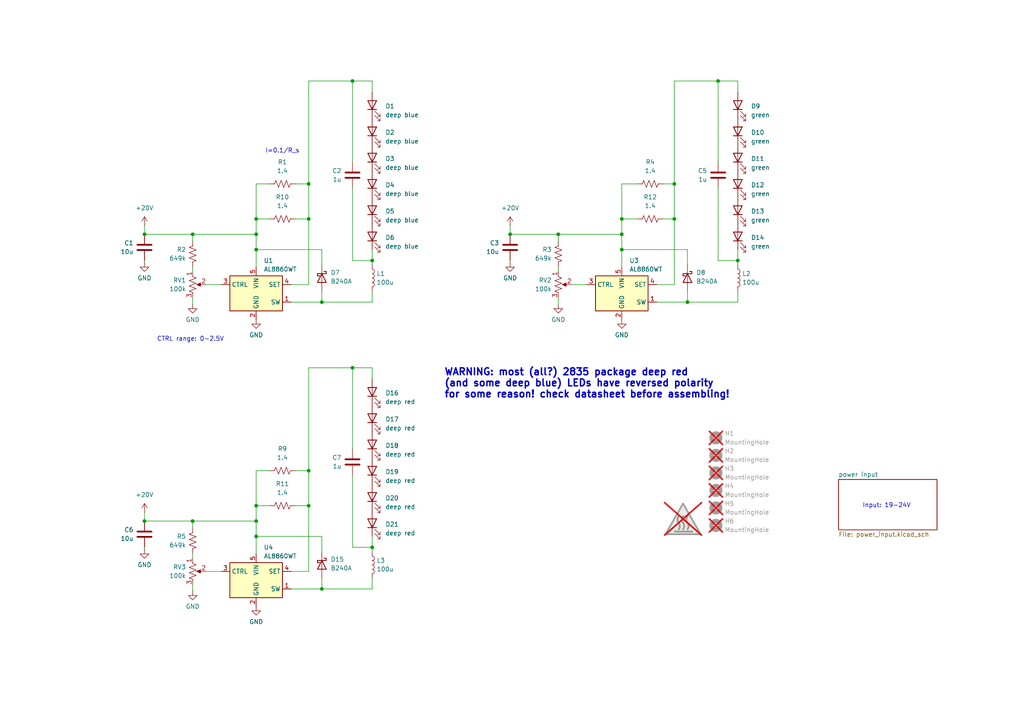
<source format=kicad_sch>
(kicad_sch
	(version 20231120)
	(generator "eeschema")
	(generator_version "8.0")
	(uuid "63cba488-b124-45a5-8c04-7c074fb2a8aa")
	(paper "A4")
	(lib_symbols
		(symbol "Device:C"
			(pin_numbers hide)
			(pin_names
				(offset 0.254)
			)
			(exclude_from_sim no)
			(in_bom yes)
			(on_board yes)
			(property "Reference" "C"
				(at 0.635 2.54 0)
				(effects
					(font
						(size 1.27 1.27)
					)
					(justify left)
				)
			)
			(property "Value" "C"
				(at 0.635 -2.54 0)
				(effects
					(font
						(size 1.27 1.27)
					)
					(justify left)
				)
			)
			(property "Footprint" ""
				(at 0.9652 -3.81 0)
				(effects
					(font
						(size 1.27 1.27)
					)
					(hide yes)
				)
			)
			(property "Datasheet" "~"
				(at 0 0 0)
				(effects
					(font
						(size 1.27 1.27)
					)
					(hide yes)
				)
			)
			(property "Description" "Unpolarized capacitor"
				(at 0 0 0)
				(effects
					(font
						(size 1.27 1.27)
					)
					(hide yes)
				)
			)
			(property "ki_keywords" "cap capacitor"
				(at 0 0 0)
				(effects
					(font
						(size 1.27 1.27)
					)
					(hide yes)
				)
			)
			(property "ki_fp_filters" "C_*"
				(at 0 0 0)
				(effects
					(font
						(size 1.27 1.27)
					)
					(hide yes)
				)
			)
			(symbol "C_0_1"
				(polyline
					(pts
						(xy -2.032 -0.762) (xy 2.032 -0.762)
					)
					(stroke
						(width 0.508)
						(type default)
					)
					(fill
						(type none)
					)
				)
				(polyline
					(pts
						(xy -2.032 0.762) (xy 2.032 0.762)
					)
					(stroke
						(width 0.508)
						(type default)
					)
					(fill
						(type none)
					)
				)
			)
			(symbol "C_1_1"
				(pin passive line
					(at 0 3.81 270)
					(length 2.794)
					(name "~"
						(effects
							(font
								(size 1.27 1.27)
							)
						)
					)
					(number "1"
						(effects
							(font
								(size 1.27 1.27)
							)
						)
					)
				)
				(pin passive line
					(at 0 -3.81 90)
					(length 2.794)
					(name "~"
						(effects
							(font
								(size 1.27 1.27)
							)
						)
					)
					(number "2"
						(effects
							(font
								(size 1.27 1.27)
							)
						)
					)
				)
			)
		)
		(symbol "Device:L"
			(pin_numbers hide)
			(pin_names
				(offset 1.016) hide)
			(exclude_from_sim no)
			(in_bom yes)
			(on_board yes)
			(property "Reference" "L"
				(at -1.27 0 90)
				(effects
					(font
						(size 1.27 1.27)
					)
				)
			)
			(property "Value" "L"
				(at 1.905 0 90)
				(effects
					(font
						(size 1.27 1.27)
					)
				)
			)
			(property "Footprint" ""
				(at 0 0 0)
				(effects
					(font
						(size 1.27 1.27)
					)
					(hide yes)
				)
			)
			(property "Datasheet" "~"
				(at 0 0 0)
				(effects
					(font
						(size 1.27 1.27)
					)
					(hide yes)
				)
			)
			(property "Description" "Inductor"
				(at 0 0 0)
				(effects
					(font
						(size 1.27 1.27)
					)
					(hide yes)
				)
			)
			(property "ki_keywords" "inductor choke coil reactor magnetic"
				(at 0 0 0)
				(effects
					(font
						(size 1.27 1.27)
					)
					(hide yes)
				)
			)
			(property "ki_fp_filters" "Choke_* *Coil* Inductor_* L_*"
				(at 0 0 0)
				(effects
					(font
						(size 1.27 1.27)
					)
					(hide yes)
				)
			)
			(symbol "L_0_1"
				(arc
					(start 0 -2.54)
					(mid 0.6323 -1.905)
					(end 0 -1.27)
					(stroke
						(width 0)
						(type default)
					)
					(fill
						(type none)
					)
				)
				(arc
					(start 0 -1.27)
					(mid 0.6323 -0.635)
					(end 0 0)
					(stroke
						(width 0)
						(type default)
					)
					(fill
						(type none)
					)
				)
				(arc
					(start 0 0)
					(mid 0.6323 0.635)
					(end 0 1.27)
					(stroke
						(width 0)
						(type default)
					)
					(fill
						(type none)
					)
				)
				(arc
					(start 0 1.27)
					(mid 0.6323 1.905)
					(end 0 2.54)
					(stroke
						(width 0)
						(type default)
					)
					(fill
						(type none)
					)
				)
			)
			(symbol "L_1_1"
				(pin passive line
					(at 0 3.81 270)
					(length 1.27)
					(name "1"
						(effects
							(font
								(size 1.27 1.27)
							)
						)
					)
					(number "1"
						(effects
							(font
								(size 1.27 1.27)
							)
						)
					)
				)
				(pin passive line
					(at 0 -3.81 90)
					(length 1.27)
					(name "2"
						(effects
							(font
								(size 1.27 1.27)
							)
						)
					)
					(number "2"
						(effects
							(font
								(size 1.27 1.27)
							)
						)
					)
				)
			)
		)
		(symbol "Device:LED"
			(pin_numbers hide)
			(pin_names
				(offset 1.016) hide)
			(exclude_from_sim no)
			(in_bom yes)
			(on_board yes)
			(property "Reference" "D"
				(at 0 2.54 0)
				(effects
					(font
						(size 1.27 1.27)
					)
				)
			)
			(property "Value" "LED"
				(at 0 -2.54 0)
				(effects
					(font
						(size 1.27 1.27)
					)
				)
			)
			(property "Footprint" ""
				(at 0 0 0)
				(effects
					(font
						(size 1.27 1.27)
					)
					(hide yes)
				)
			)
			(property "Datasheet" "~"
				(at 0 0 0)
				(effects
					(font
						(size 1.27 1.27)
					)
					(hide yes)
				)
			)
			(property "Description" "Light emitting diode"
				(at 0 0 0)
				(effects
					(font
						(size 1.27 1.27)
					)
					(hide yes)
				)
			)
			(property "ki_keywords" "LED diode"
				(at 0 0 0)
				(effects
					(font
						(size 1.27 1.27)
					)
					(hide yes)
				)
			)
			(property "ki_fp_filters" "LED* LED_SMD:* LED_THT:*"
				(at 0 0 0)
				(effects
					(font
						(size 1.27 1.27)
					)
					(hide yes)
				)
			)
			(symbol "LED_0_1"
				(polyline
					(pts
						(xy -1.27 -1.27) (xy -1.27 1.27)
					)
					(stroke
						(width 0.254)
						(type default)
					)
					(fill
						(type none)
					)
				)
				(polyline
					(pts
						(xy -1.27 0) (xy 1.27 0)
					)
					(stroke
						(width 0)
						(type default)
					)
					(fill
						(type none)
					)
				)
				(polyline
					(pts
						(xy 1.27 -1.27) (xy 1.27 1.27) (xy -1.27 0) (xy 1.27 -1.27)
					)
					(stroke
						(width 0.254)
						(type default)
					)
					(fill
						(type none)
					)
				)
				(polyline
					(pts
						(xy -3.048 -0.762) (xy -4.572 -2.286) (xy -3.81 -2.286) (xy -4.572 -2.286) (xy -4.572 -1.524)
					)
					(stroke
						(width 0)
						(type default)
					)
					(fill
						(type none)
					)
				)
				(polyline
					(pts
						(xy -1.778 -0.762) (xy -3.302 -2.286) (xy -2.54 -2.286) (xy -3.302 -2.286) (xy -3.302 -1.524)
					)
					(stroke
						(width 0)
						(type default)
					)
					(fill
						(type none)
					)
				)
			)
			(symbol "LED_1_1"
				(pin passive line
					(at -3.81 0 0)
					(length 2.54)
					(name "K"
						(effects
							(font
								(size 1.27 1.27)
							)
						)
					)
					(number "1"
						(effects
							(font
								(size 1.27 1.27)
							)
						)
					)
				)
				(pin passive line
					(at 3.81 0 180)
					(length 2.54)
					(name "A"
						(effects
							(font
								(size 1.27 1.27)
							)
						)
					)
					(number "2"
						(effects
							(font
								(size 1.27 1.27)
							)
						)
					)
				)
			)
		)
		(symbol "Device:R_Potentiometer_US"
			(pin_names
				(offset 1.016) hide)
			(exclude_from_sim no)
			(in_bom yes)
			(on_board yes)
			(property "Reference" "RV"
				(at -4.445 0 90)
				(effects
					(font
						(size 1.27 1.27)
					)
				)
			)
			(property "Value" "R_Potentiometer_US"
				(at -2.54 0 90)
				(effects
					(font
						(size 1.27 1.27)
					)
				)
			)
			(property "Footprint" ""
				(at 0 0 0)
				(effects
					(font
						(size 1.27 1.27)
					)
					(hide yes)
				)
			)
			(property "Datasheet" "~"
				(at 0 0 0)
				(effects
					(font
						(size 1.27 1.27)
					)
					(hide yes)
				)
			)
			(property "Description" "Potentiometer, US symbol"
				(at 0 0 0)
				(effects
					(font
						(size 1.27 1.27)
					)
					(hide yes)
				)
			)
			(property "ki_keywords" "resistor variable"
				(at 0 0 0)
				(effects
					(font
						(size 1.27 1.27)
					)
					(hide yes)
				)
			)
			(property "ki_fp_filters" "Potentiometer*"
				(at 0 0 0)
				(effects
					(font
						(size 1.27 1.27)
					)
					(hide yes)
				)
			)
			(symbol "R_Potentiometer_US_0_1"
				(polyline
					(pts
						(xy 0 -2.286) (xy 0 -2.54)
					)
					(stroke
						(width 0)
						(type default)
					)
					(fill
						(type none)
					)
				)
				(polyline
					(pts
						(xy 0 2.54) (xy 0 2.286)
					)
					(stroke
						(width 0)
						(type default)
					)
					(fill
						(type none)
					)
				)
				(polyline
					(pts
						(xy 2.54 0) (xy 1.524 0)
					)
					(stroke
						(width 0)
						(type default)
					)
					(fill
						(type none)
					)
				)
				(polyline
					(pts
						(xy 1.143 0) (xy 2.286 0.508) (xy 2.286 -0.508) (xy 1.143 0)
					)
					(stroke
						(width 0)
						(type default)
					)
					(fill
						(type outline)
					)
				)
				(polyline
					(pts
						(xy 0 -0.762) (xy 1.016 -1.143) (xy 0 -1.524) (xy -1.016 -1.905) (xy 0 -2.286)
					)
					(stroke
						(width 0)
						(type default)
					)
					(fill
						(type none)
					)
				)
				(polyline
					(pts
						(xy 0 0.762) (xy 1.016 0.381) (xy 0 0) (xy -1.016 -0.381) (xy 0 -0.762)
					)
					(stroke
						(width 0)
						(type default)
					)
					(fill
						(type none)
					)
				)
				(polyline
					(pts
						(xy 0 2.286) (xy 1.016 1.905) (xy 0 1.524) (xy -1.016 1.143) (xy 0 0.762)
					)
					(stroke
						(width 0)
						(type default)
					)
					(fill
						(type none)
					)
				)
			)
			(symbol "R_Potentiometer_US_1_1"
				(pin passive line
					(at 0 3.81 270)
					(length 1.27)
					(name "1"
						(effects
							(font
								(size 1.27 1.27)
							)
						)
					)
					(number "1"
						(effects
							(font
								(size 1.27 1.27)
							)
						)
					)
				)
				(pin passive line
					(at 3.81 0 180)
					(length 1.27)
					(name "2"
						(effects
							(font
								(size 1.27 1.27)
							)
						)
					)
					(number "2"
						(effects
							(font
								(size 1.27 1.27)
							)
						)
					)
				)
				(pin passive line
					(at 0 -3.81 90)
					(length 1.27)
					(name "3"
						(effects
							(font
								(size 1.27 1.27)
							)
						)
					)
					(number "3"
						(effects
							(font
								(size 1.27 1.27)
							)
						)
					)
				)
			)
		)
		(symbol "Device:R_US"
			(pin_numbers hide)
			(pin_names
				(offset 0)
			)
			(exclude_from_sim no)
			(in_bom yes)
			(on_board yes)
			(property "Reference" "R"
				(at 2.54 0 90)
				(effects
					(font
						(size 1.27 1.27)
					)
				)
			)
			(property "Value" "R_US"
				(at -2.54 0 90)
				(effects
					(font
						(size 1.27 1.27)
					)
				)
			)
			(property "Footprint" ""
				(at 1.016 -0.254 90)
				(effects
					(font
						(size 1.27 1.27)
					)
					(hide yes)
				)
			)
			(property "Datasheet" "~"
				(at 0 0 0)
				(effects
					(font
						(size 1.27 1.27)
					)
					(hide yes)
				)
			)
			(property "Description" "Resistor, US symbol"
				(at 0 0 0)
				(effects
					(font
						(size 1.27 1.27)
					)
					(hide yes)
				)
			)
			(property "ki_keywords" "R res resistor"
				(at 0 0 0)
				(effects
					(font
						(size 1.27 1.27)
					)
					(hide yes)
				)
			)
			(property "ki_fp_filters" "R_*"
				(at 0 0 0)
				(effects
					(font
						(size 1.27 1.27)
					)
					(hide yes)
				)
			)
			(symbol "R_US_0_1"
				(polyline
					(pts
						(xy 0 -2.286) (xy 0 -2.54)
					)
					(stroke
						(width 0)
						(type default)
					)
					(fill
						(type none)
					)
				)
				(polyline
					(pts
						(xy 0 2.286) (xy 0 2.54)
					)
					(stroke
						(width 0)
						(type default)
					)
					(fill
						(type none)
					)
				)
				(polyline
					(pts
						(xy 0 -0.762) (xy 1.016 -1.143) (xy 0 -1.524) (xy -1.016 -1.905) (xy 0 -2.286)
					)
					(stroke
						(width 0)
						(type default)
					)
					(fill
						(type none)
					)
				)
				(polyline
					(pts
						(xy 0 0.762) (xy 1.016 0.381) (xy 0 0) (xy -1.016 -0.381) (xy 0 -0.762)
					)
					(stroke
						(width 0)
						(type default)
					)
					(fill
						(type none)
					)
				)
				(polyline
					(pts
						(xy 0 2.286) (xy 1.016 1.905) (xy 0 1.524) (xy -1.016 1.143) (xy 0 0.762)
					)
					(stroke
						(width 0)
						(type default)
					)
					(fill
						(type none)
					)
				)
			)
			(symbol "R_US_1_1"
				(pin passive line
					(at 0 3.81 270)
					(length 1.27)
					(name "~"
						(effects
							(font
								(size 1.27 1.27)
							)
						)
					)
					(number "1"
						(effects
							(font
								(size 1.27 1.27)
							)
						)
					)
				)
				(pin passive line
					(at 0 -3.81 90)
					(length 1.27)
					(name "~"
						(effects
							(font
								(size 1.27 1.27)
							)
						)
					)
					(number "2"
						(effects
							(font
								(size 1.27 1.27)
							)
						)
					)
				)
			)
		)
		(symbol "Diode:MBRA340"
			(pin_numbers hide)
			(pin_names hide)
			(exclude_from_sim no)
			(in_bom yes)
			(on_board yes)
			(property "Reference" "D"
				(at 0 2.54 0)
				(effects
					(font
						(size 1.27 1.27)
					)
				)
			)
			(property "Value" "MBRA340"
				(at 0 -2.54 0)
				(effects
					(font
						(size 1.27 1.27)
					)
				)
			)
			(property "Footprint" "Diode_SMD:D_SMA"
				(at 0 -4.445 0)
				(effects
					(font
						(size 1.27 1.27)
					)
					(hide yes)
				)
			)
			(property "Datasheet" "https://www.onsemi.com/pub/Collateral/MBRA340T3-D.PDF"
				(at 0 0 0)
				(effects
					(font
						(size 1.27 1.27)
					)
					(hide yes)
				)
			)
			(property "Description" "40V 3A Schottky Barrier Rectifier Diode, SMA(DO-214AC)"
				(at 0 0 0)
				(effects
					(font
						(size 1.27 1.27)
					)
					(hide yes)
				)
			)
			(property "ki_keywords" "diode Schottky"
				(at 0 0 0)
				(effects
					(font
						(size 1.27 1.27)
					)
					(hide yes)
				)
			)
			(property "ki_fp_filters" "D*SMA*"
				(at 0 0 0)
				(effects
					(font
						(size 1.27 1.27)
					)
					(hide yes)
				)
			)
			(symbol "MBRA340_0_1"
				(polyline
					(pts
						(xy 1.27 0) (xy -1.27 0)
					)
					(stroke
						(width 0)
						(type default)
					)
					(fill
						(type none)
					)
				)
				(polyline
					(pts
						(xy 1.27 1.27) (xy 1.27 -1.27) (xy -1.27 0) (xy 1.27 1.27)
					)
					(stroke
						(width 0.254)
						(type default)
					)
					(fill
						(type none)
					)
				)
				(polyline
					(pts
						(xy -1.905 0.635) (xy -1.905 1.27) (xy -1.27 1.27) (xy -1.27 -1.27) (xy -0.635 -1.27) (xy -0.635 -0.635)
					)
					(stroke
						(width 0.254)
						(type default)
					)
					(fill
						(type none)
					)
				)
			)
			(symbol "MBRA340_1_1"
				(pin passive line
					(at -3.81 0 0)
					(length 2.54)
					(name "K"
						(effects
							(font
								(size 1.27 1.27)
							)
						)
					)
					(number "1"
						(effects
							(font
								(size 1.27 1.27)
							)
						)
					)
				)
				(pin passive line
					(at 3.81 0 180)
					(length 2.54)
					(name "A"
						(effects
							(font
								(size 1.27 1.27)
							)
						)
					)
					(number "2"
						(effects
							(font
								(size 1.27 1.27)
							)
						)
					)
				)
			)
		)
		(symbol "Driver_LED:AL8860WT"
			(exclude_from_sim no)
			(in_bom yes)
			(on_board yes)
			(property "Reference" "U"
				(at -6.35 6.35 0)
				(effects
					(font
						(size 1.27 1.27)
					)
				)
			)
			(property "Value" "AL8860WT"
				(at 7.62 6.35 0)
				(effects
					(font
						(size 1.27 1.27)
					)
				)
			)
			(property "Footprint" "Package_TO_SOT_SMD:TSOT-23-5"
				(at 0 8.89 0)
				(effects
					(font
						(size 1.27 1.27)
					)
					(hide yes)
				)
			)
			(property "Datasheet" "https://www.diodes.com/assets/Datasheets/AL8860.pdf"
				(at 0 0 0)
				(effects
					(font
						(size 1.27 1.27)
					)
					(hide yes)
				)
			)
			(property "Description" "40V 1.5A Constant Current Buck LED Driver IC, TSOT-23-5"
				(at 0 0 0)
				(effects
					(font
						(size 1.27 1.27)
					)
					(hide yes)
				)
			)
			(property "ki_keywords" "LED Driver Buck Constant Current"
				(at 0 0 0)
				(effects
					(font
						(size 1.27 1.27)
					)
					(hide yes)
				)
			)
			(property "ki_fp_filters" "TSOT?23*"
				(at 0 0 0)
				(effects
					(font
						(size 1.27 1.27)
					)
					(hide yes)
				)
			)
			(symbol "AL8860WT_0_1"
				(rectangle
					(start -7.62 5.08)
					(end 7.62 -5.08)
					(stroke
						(width 0.254)
						(type solid)
					)
					(fill
						(type background)
					)
				)
			)
			(symbol "AL8860WT_1_1"
				(pin open_collector line
					(at 10.16 -2.54 180)
					(length 2.54)
					(name "SW"
						(effects
							(font
								(size 1.27 1.27)
							)
						)
					)
					(number "1"
						(effects
							(font
								(size 1.27 1.27)
							)
						)
					)
				)
				(pin power_in line
					(at 0 -7.62 90)
					(length 2.54)
					(name "GND"
						(effects
							(font
								(size 1.27 1.27)
							)
						)
					)
					(number "2"
						(effects
							(font
								(size 1.27 1.27)
							)
						)
					)
				)
				(pin input line
					(at -10.16 2.54 0)
					(length 2.54)
					(name "CTRL"
						(effects
							(font
								(size 1.27 1.27)
							)
						)
					)
					(number "3"
						(effects
							(font
								(size 1.27 1.27)
							)
						)
					)
				)
				(pin input line
					(at 10.16 2.54 180)
					(length 2.54)
					(name "SET"
						(effects
							(font
								(size 1.27 1.27)
							)
						)
					)
					(number "4"
						(effects
							(font
								(size 1.27 1.27)
							)
						)
					)
				)
				(pin power_in line
					(at 0 7.62 270)
					(length 2.54)
					(name "VIN"
						(effects
							(font
								(size 1.27 1.27)
							)
						)
					)
					(number "5"
						(effects
							(font
								(size 1.27 1.27)
							)
						)
					)
				)
			)
		)
		(symbol "Graphic:SYM_Hot_Large"
			(exclude_from_sim no)
			(in_bom yes)
			(on_board no)
			(property "Reference" "#SYM"
				(at 0 5.08 0)
				(effects
					(font
						(size 1.27 1.27)
					)
					(hide yes)
				)
			)
			(property "Value" "SYM_Hot_Large"
				(at 0 -6.35 0)
				(effects
					(font
						(size 1.27 1.27)
					)
					(hide yes)
				)
			)
			(property "Footprint" ""
				(at 0 -5.08 0)
				(effects
					(font
						(size 1.27 1.27)
					)
					(hide yes)
				)
			)
			(property "Datasheet" "~"
				(at 0.762 -5.08 0)
				(effects
					(font
						(size 1.27 1.27)
					)
					(hide yes)
				)
			)
			(property "Description" "Hot surface warning symbol, large"
				(at 0 0 0)
				(effects
					(font
						(size 1.27 1.27)
					)
					(hide yes)
				)
			)
			(property "Sim.Enable" "0"
				(at 0 0 0)
				(effects
					(font
						(size 1.27 1.27)
					)
					(hide yes)
				)
			)
			(property "ki_keywords" "symbol logo hot surface warning heat"
				(at 0 0 0)
				(effects
					(font
						(size 1.27 1.27)
					)
					(hide yes)
				)
			)
			(symbol "SYM_Hot_Large_0_1"
				(arc
					(start -1.27 -3.683)
					(mid -0.9449 -2.728)
					(end -1.27 -1.778)
					(stroke
						(width 0.508)
						(type default)
					)
					(fill
						(type none)
					)
				)
				(arc
					(start -1.27 0.127)
					(mid -1.5951 -0.828)
					(end -1.27 -1.778)
					(stroke
						(width 0.508)
						(type default)
					)
					(fill
						(type none)
					)
				)
				(arc
					(start 0 -3.683)
					(mid 0.3251 -2.728)
					(end 0 -1.778)
					(stroke
						(width 0.508)
						(type default)
					)
					(fill
						(type none)
					)
				)
				(polyline
					(pts
						(xy -2.413 -4.318) (xy 2.667 -4.318)
					)
					(stroke
						(width 0.508)
						(type default)
					)
					(fill
						(type none)
					)
				)
				(polyline
					(pts
						(xy -5.08 -5.08) (xy 5.08 -5.08) (xy 0 3.81) (xy -5.08 -5.08)
					)
					(stroke
						(width 0.508)
						(type default)
					)
					(fill
						(type background)
					)
				)
				(arc
					(start 0 0.127)
					(mid -0.3251 -0.828)
					(end 0 -1.778)
					(stroke
						(width 0.508)
						(type default)
					)
					(fill
						(type none)
					)
				)
				(arc
					(start 1.27 -3.683)
					(mid 1.5951 -2.728)
					(end 1.27 -1.778)
					(stroke
						(width 0.508)
						(type default)
					)
					(fill
						(type none)
					)
				)
				(arc
					(start 1.27 0.127)
					(mid 0.9449 -0.828)
					(end 1.27 -1.778)
					(stroke
						(width 0.508)
						(type default)
					)
					(fill
						(type none)
					)
				)
			)
		)
		(symbol "LED_1"
			(pin_numbers hide)
			(pin_names
				(offset 1.016) hide)
			(exclude_from_sim no)
			(in_bom yes)
			(on_board yes)
			(property "Reference" "D16"
				(at -0.3174 -3.81 90)
				(effects
					(font
						(size 1.27 1.27)
					)
					(justify right)
				)
			)
			(property "Value" "deep red"
				(at -2.8574 -3.81 90)
				(effects
					(font
						(size 1.27 1.27)
					)
					(justify right)
				)
			)
			(property "Footprint" "LED_SMD:LED_PLCC_2835_Handsoldering"
				(at 0 0 0)
				(effects
					(font
						(size 1.27 1.27)
					)
					(hide yes)
				)
			)
			(property "Datasheet" "~"
				(at 0 0 0)
				(effects
					(font
						(size 1.27 1.27)
					)
					(hide yes)
				)
			)
			(property "Description" "Light emitting diode"
				(at 0 0 0)
				(effects
					(font
						(size 1.27 1.27)
					)
					(hide yes)
				)
			)
			(property "MPN" "67-21S/NDR3C-P5080C1C51827Z15/2T"
				(at 0 0 0)
				(effects
					(font
						(size 1.27 1.27)
					)
					(hide yes)
				)
			)
			(property "Sim.Enable" ""
				(at 0 0 0)
				(effects
					(font
						(size 1.27 1.27)
					)
					(hide yes)
				)
			)
			(property "ki_keywords" "LED diode"
				(at 0 0 0)
				(effects
					(font
						(size 1.27 1.27)
					)
					(hide yes)
				)
			)
			(property "ki_fp_filters" "LED* LED_SMD:* LED_THT:*"
				(at 0 0 0)
				(effects
					(font
						(size 1.27 1.27)
					)
					(hide yes)
				)
			)
			(symbol "LED_1_0_1"
				(polyline
					(pts
						(xy -1.27 -1.27) (xy -1.27 1.27)
					)
					(stroke
						(width 0.254)
						(type default)
					)
					(fill
						(type none)
					)
				)
				(polyline
					(pts
						(xy -1.27 0) (xy 1.27 0)
					)
					(stroke
						(width 0)
						(type default)
					)
					(fill
						(type none)
					)
				)
				(polyline
					(pts
						(xy 1.27 -1.27) (xy 1.27 1.27) (xy -1.27 0) (xy 1.27 -1.27)
					)
					(stroke
						(width 0.254)
						(type default)
					)
					(fill
						(type none)
					)
				)
				(polyline
					(pts
						(xy -3.048 -0.762) (xy -4.572 -2.286) (xy -3.81 -2.286) (xy -4.572 -2.286) (xy -4.572 -1.524)
					)
					(stroke
						(width 0)
						(type default)
					)
					(fill
						(type none)
					)
				)
				(polyline
					(pts
						(xy -1.778 -0.762) (xy -3.302 -2.286) (xy -2.54 -2.286) (xy -3.302 -2.286) (xy -3.302 -1.524)
					)
					(stroke
						(width 0)
						(type default)
					)
					(fill
						(type none)
					)
				)
			)
			(symbol "LED_1_1_1"
				(pin passive line
					(at 3.81 0 180)
					(length 2.54)
					(name "A"
						(effects
							(font
								(size 1.27 1.27)
							)
						)
					)
					(number "1"
						(effects
							(font
								(size 1.27 1.27)
							)
						)
					)
				)
				(pin passive line
					(at -3.81 0 0)
					(length 2.54)
					(name "K"
						(effects
							(font
								(size 1.27 1.27)
							)
						)
					)
					(number "2"
						(effects
							(font
								(size 1.27 1.27)
							)
						)
					)
				)
			)
		)
		(symbol "LED_2"
			(pin_numbers hide)
			(pin_names
				(offset 1.016) hide)
			(exclude_from_sim no)
			(in_bom yes)
			(on_board yes)
			(property "Reference" "D17"
				(at -0.3174 -3.81 90)
				(effects
					(font
						(size 1.27 1.27)
					)
					(justify right)
				)
			)
			(property "Value" "deep red"
				(at -2.8574 -3.81 90)
				(effects
					(font
						(size 1.27 1.27)
					)
					(justify right)
				)
			)
			(property "Footprint" "LED_SMD:LED_PLCC_2835_Handsoldering"
				(at 0 0 0)
				(effects
					(font
						(size 1.27 1.27)
					)
					(hide yes)
				)
			)
			(property "Datasheet" "~"
				(at 0 0 0)
				(effects
					(font
						(size 1.27 1.27)
					)
					(hide yes)
				)
			)
			(property "Description" "Light emitting diode"
				(at 0 0 0)
				(effects
					(font
						(size 1.27 1.27)
					)
					(hide yes)
				)
			)
			(property "MPN" "67-21S/NDR3C-P5080C1C51827Z15/2T"
				(at 0 0 0)
				(effects
					(font
						(size 1.27 1.27)
					)
					(hide yes)
				)
			)
			(property "Sim.Enable" ""
				(at 0 0 0)
				(effects
					(font
						(size 1.27 1.27)
					)
					(hide yes)
				)
			)
			(property "ki_keywords" "LED diode"
				(at 0 0 0)
				(effects
					(font
						(size 1.27 1.27)
					)
					(hide yes)
				)
			)
			(property "ki_fp_filters" "LED* LED_SMD:* LED_THT:*"
				(at 0 0 0)
				(effects
					(font
						(size 1.27 1.27)
					)
					(hide yes)
				)
			)
			(symbol "LED_2_0_1"
				(polyline
					(pts
						(xy -1.27 -1.27) (xy -1.27 1.27)
					)
					(stroke
						(width 0.254)
						(type default)
					)
					(fill
						(type none)
					)
				)
				(polyline
					(pts
						(xy -1.27 0) (xy 1.27 0)
					)
					(stroke
						(width 0)
						(type default)
					)
					(fill
						(type none)
					)
				)
				(polyline
					(pts
						(xy 1.27 -1.27) (xy 1.27 1.27) (xy -1.27 0) (xy 1.27 -1.27)
					)
					(stroke
						(width 0.254)
						(type default)
					)
					(fill
						(type none)
					)
				)
				(polyline
					(pts
						(xy -3.048 -0.762) (xy -4.572 -2.286) (xy -3.81 -2.286) (xy -4.572 -2.286) (xy -4.572 -1.524)
					)
					(stroke
						(width 0)
						(type default)
					)
					(fill
						(type none)
					)
				)
				(polyline
					(pts
						(xy -1.778 -0.762) (xy -3.302 -2.286) (xy -2.54 -2.286) (xy -3.302 -2.286) (xy -3.302 -1.524)
					)
					(stroke
						(width 0)
						(type default)
					)
					(fill
						(type none)
					)
				)
			)
			(symbol "LED_2_1_1"
				(pin passive line
					(at 3.81 0 180)
					(length 2.54)
					(name "A"
						(effects
							(font
								(size 1.27 1.27)
							)
						)
					)
					(number "1"
						(effects
							(font
								(size 1.27 1.27)
							)
						)
					)
				)
				(pin passive line
					(at -3.81 0 0)
					(length 2.54)
					(name "K"
						(effects
							(font
								(size 1.27 1.27)
							)
						)
					)
					(number "2"
						(effects
							(font
								(size 1.27 1.27)
							)
						)
					)
				)
			)
		)
		(symbol "LED_3"
			(pin_numbers hide)
			(pin_names
				(offset 1.016) hide)
			(exclude_from_sim no)
			(in_bom yes)
			(on_board yes)
			(property "Reference" "D18"
				(at -0.3174 -3.81 90)
				(effects
					(font
						(size 1.27 1.27)
					)
					(justify right)
				)
			)
			(property "Value" "deep red"
				(at -2.8574 -3.81 90)
				(effects
					(font
						(size 1.27 1.27)
					)
					(justify right)
				)
			)
			(property "Footprint" "LED_SMD:LED_PLCC_2835_Handsoldering"
				(at 0 0 0)
				(effects
					(font
						(size 1.27 1.27)
					)
					(hide yes)
				)
			)
			(property "Datasheet" "~"
				(at 0 0 0)
				(effects
					(font
						(size 1.27 1.27)
					)
					(hide yes)
				)
			)
			(property "Description" "Light emitting diode"
				(at 0 0 0)
				(effects
					(font
						(size 1.27 1.27)
					)
					(hide yes)
				)
			)
			(property "MPN" "67-21S/NDR3C-P5080C1C51827Z15/2T"
				(at 0 0 0)
				(effects
					(font
						(size 1.27 1.27)
					)
					(hide yes)
				)
			)
			(property "Sim.Enable" ""
				(at 0 0 0)
				(effects
					(font
						(size 1.27 1.27)
					)
					(hide yes)
				)
			)
			(property "ki_keywords" "LED diode"
				(at 0 0 0)
				(effects
					(font
						(size 1.27 1.27)
					)
					(hide yes)
				)
			)
			(property "ki_fp_filters" "LED* LED_SMD:* LED_THT:*"
				(at 0 0 0)
				(effects
					(font
						(size 1.27 1.27)
					)
					(hide yes)
				)
			)
			(symbol "LED_3_0_1"
				(polyline
					(pts
						(xy -1.27 -1.27) (xy -1.27 1.27)
					)
					(stroke
						(width 0.254)
						(type default)
					)
					(fill
						(type none)
					)
				)
				(polyline
					(pts
						(xy -1.27 0) (xy 1.27 0)
					)
					(stroke
						(width 0)
						(type default)
					)
					(fill
						(type none)
					)
				)
				(polyline
					(pts
						(xy 1.27 -1.27) (xy 1.27 1.27) (xy -1.27 0) (xy 1.27 -1.27)
					)
					(stroke
						(width 0.254)
						(type default)
					)
					(fill
						(type none)
					)
				)
				(polyline
					(pts
						(xy -3.048 -0.762) (xy -4.572 -2.286) (xy -3.81 -2.286) (xy -4.572 -2.286) (xy -4.572 -1.524)
					)
					(stroke
						(width 0)
						(type default)
					)
					(fill
						(type none)
					)
				)
				(polyline
					(pts
						(xy -1.778 -0.762) (xy -3.302 -2.286) (xy -2.54 -2.286) (xy -3.302 -2.286) (xy -3.302 -1.524)
					)
					(stroke
						(width 0)
						(type default)
					)
					(fill
						(type none)
					)
				)
			)
			(symbol "LED_3_1_1"
				(pin passive line
					(at 3.81 0 180)
					(length 2.54)
					(name "A"
						(effects
							(font
								(size 1.27 1.27)
							)
						)
					)
					(number "1"
						(effects
							(font
								(size 1.27 1.27)
							)
						)
					)
				)
				(pin passive line
					(at -3.81 0 0)
					(length 2.54)
					(name "K"
						(effects
							(font
								(size 1.27 1.27)
							)
						)
					)
					(number "2"
						(effects
							(font
								(size 1.27 1.27)
							)
						)
					)
				)
			)
		)
		(symbol "LED_4"
			(pin_numbers hide)
			(pin_names
				(offset 1.016) hide)
			(exclude_from_sim no)
			(in_bom yes)
			(on_board yes)
			(property "Reference" "D19"
				(at -0.3174 -3.81 90)
				(effects
					(font
						(size 1.27 1.27)
					)
					(justify right)
				)
			)
			(property "Value" "deep red"
				(at -2.8574 -3.81 90)
				(effects
					(font
						(size 1.27 1.27)
					)
					(justify right)
				)
			)
			(property "Footprint" "LED_SMD:LED_PLCC_2835_Handsoldering"
				(at 0 0 0)
				(effects
					(font
						(size 1.27 1.27)
					)
					(hide yes)
				)
			)
			(property "Datasheet" "~"
				(at 0 0 0)
				(effects
					(font
						(size 1.27 1.27)
					)
					(hide yes)
				)
			)
			(property "Description" "Light emitting diode"
				(at 0 0 0)
				(effects
					(font
						(size 1.27 1.27)
					)
					(hide yes)
				)
			)
			(property "MPN" "67-21S/NDR3C-P5080C1C51827Z15/2T"
				(at 0 0 0)
				(effects
					(font
						(size 1.27 1.27)
					)
					(hide yes)
				)
			)
			(property "Sim.Enable" ""
				(at 0 0 0)
				(effects
					(font
						(size 1.27 1.27)
					)
					(hide yes)
				)
			)
			(property "ki_keywords" "LED diode"
				(at 0 0 0)
				(effects
					(font
						(size 1.27 1.27)
					)
					(hide yes)
				)
			)
			(property "ki_fp_filters" "LED* LED_SMD:* LED_THT:*"
				(at 0 0 0)
				(effects
					(font
						(size 1.27 1.27)
					)
					(hide yes)
				)
			)
			(symbol "LED_4_0_1"
				(polyline
					(pts
						(xy -1.27 -1.27) (xy -1.27 1.27)
					)
					(stroke
						(width 0.254)
						(type default)
					)
					(fill
						(type none)
					)
				)
				(polyline
					(pts
						(xy -1.27 0) (xy 1.27 0)
					)
					(stroke
						(width 0)
						(type default)
					)
					(fill
						(type none)
					)
				)
				(polyline
					(pts
						(xy 1.27 -1.27) (xy 1.27 1.27) (xy -1.27 0) (xy 1.27 -1.27)
					)
					(stroke
						(width 0.254)
						(type default)
					)
					(fill
						(type none)
					)
				)
				(polyline
					(pts
						(xy -3.048 -0.762) (xy -4.572 -2.286) (xy -3.81 -2.286) (xy -4.572 -2.286) (xy -4.572 -1.524)
					)
					(stroke
						(width 0)
						(type default)
					)
					(fill
						(type none)
					)
				)
				(polyline
					(pts
						(xy -1.778 -0.762) (xy -3.302 -2.286) (xy -2.54 -2.286) (xy -3.302 -2.286) (xy -3.302 -1.524)
					)
					(stroke
						(width 0)
						(type default)
					)
					(fill
						(type none)
					)
				)
			)
			(symbol "LED_4_1_1"
				(pin passive line
					(at 3.81 0 180)
					(length 2.54)
					(name "A"
						(effects
							(font
								(size 1.27 1.27)
							)
						)
					)
					(number "1"
						(effects
							(font
								(size 1.27 1.27)
							)
						)
					)
				)
				(pin passive line
					(at -3.81 0 0)
					(length 2.54)
					(name "K"
						(effects
							(font
								(size 1.27 1.27)
							)
						)
					)
					(number "2"
						(effects
							(font
								(size 1.27 1.27)
							)
						)
					)
				)
			)
		)
		(symbol "LED_5"
			(pin_numbers hide)
			(pin_names
				(offset 1.016) hide)
			(exclude_from_sim no)
			(in_bom yes)
			(on_board yes)
			(property "Reference" "D20"
				(at -0.3174 -3.81 90)
				(effects
					(font
						(size 1.27 1.27)
					)
					(justify right)
				)
			)
			(property "Value" "deep red"
				(at -2.8574 -3.81 90)
				(effects
					(font
						(size 1.27 1.27)
					)
					(justify right)
				)
			)
			(property "Footprint" "LED_SMD:LED_PLCC_2835_Handsoldering"
				(at 0 0 0)
				(effects
					(font
						(size 1.27 1.27)
					)
					(hide yes)
				)
			)
			(property "Datasheet" "~"
				(at 0 0 0)
				(effects
					(font
						(size 1.27 1.27)
					)
					(hide yes)
				)
			)
			(property "Description" "Light emitting diode"
				(at 0 0 0)
				(effects
					(font
						(size 1.27 1.27)
					)
					(hide yes)
				)
			)
			(property "MPN" "67-21S/NDR3C-P5080C1C51827Z15/2T"
				(at 0 0 0)
				(effects
					(font
						(size 1.27 1.27)
					)
					(hide yes)
				)
			)
			(property "Sim.Enable" ""
				(at 0 0 0)
				(effects
					(font
						(size 1.27 1.27)
					)
					(hide yes)
				)
			)
			(property "ki_keywords" "LED diode"
				(at 0 0 0)
				(effects
					(font
						(size 1.27 1.27)
					)
					(hide yes)
				)
			)
			(property "ki_fp_filters" "LED* LED_SMD:* LED_THT:*"
				(at 0 0 0)
				(effects
					(font
						(size 1.27 1.27)
					)
					(hide yes)
				)
			)
			(symbol "LED_5_0_1"
				(polyline
					(pts
						(xy -1.27 -1.27) (xy -1.27 1.27)
					)
					(stroke
						(width 0.254)
						(type default)
					)
					(fill
						(type none)
					)
				)
				(polyline
					(pts
						(xy -1.27 0) (xy 1.27 0)
					)
					(stroke
						(width 0)
						(type default)
					)
					(fill
						(type none)
					)
				)
				(polyline
					(pts
						(xy 1.27 -1.27) (xy 1.27 1.27) (xy -1.27 0) (xy 1.27 -1.27)
					)
					(stroke
						(width 0.254)
						(type default)
					)
					(fill
						(type none)
					)
				)
				(polyline
					(pts
						(xy -3.048 -0.762) (xy -4.572 -2.286) (xy -3.81 -2.286) (xy -4.572 -2.286) (xy -4.572 -1.524)
					)
					(stroke
						(width 0)
						(type default)
					)
					(fill
						(type none)
					)
				)
				(polyline
					(pts
						(xy -1.778 -0.762) (xy -3.302 -2.286) (xy -2.54 -2.286) (xy -3.302 -2.286) (xy -3.302 -1.524)
					)
					(stroke
						(width 0)
						(type default)
					)
					(fill
						(type none)
					)
				)
			)
			(symbol "LED_5_1_1"
				(pin passive line
					(at 3.81 0 180)
					(length 2.54)
					(name "A"
						(effects
							(font
								(size 1.27 1.27)
							)
						)
					)
					(number "1"
						(effects
							(font
								(size 1.27 1.27)
							)
						)
					)
				)
				(pin passive line
					(at -3.81 0 0)
					(length 2.54)
					(name "K"
						(effects
							(font
								(size 1.27 1.27)
							)
						)
					)
					(number "2"
						(effects
							(font
								(size 1.27 1.27)
							)
						)
					)
				)
			)
		)
		(symbol "LED_6"
			(pin_numbers hide)
			(pin_names
				(offset 1.016) hide)
			(exclude_from_sim no)
			(in_bom yes)
			(on_board yes)
			(property "Reference" "D21"
				(at -0.3174 -3.81 90)
				(effects
					(font
						(size 1.27 1.27)
					)
					(justify right)
				)
			)
			(property "Value" "deep red"
				(at -2.8574 -3.81 90)
				(effects
					(font
						(size 1.27 1.27)
					)
					(justify right)
				)
			)
			(property "Footprint" "LED_SMD:LED_PLCC_2835_Handsoldering"
				(at 0 0 0)
				(effects
					(font
						(size 1.27 1.27)
					)
					(hide yes)
				)
			)
			(property "Datasheet" "~"
				(at 0 0 0)
				(effects
					(font
						(size 1.27 1.27)
					)
					(hide yes)
				)
			)
			(property "Description" "Light emitting diode"
				(at 0 0 0)
				(effects
					(font
						(size 1.27 1.27)
					)
					(hide yes)
				)
			)
			(property "MPN" "67-21S/NDR3C-P5080C1C51827Z15/2T"
				(at 0 0 0)
				(effects
					(font
						(size 1.27 1.27)
					)
					(hide yes)
				)
			)
			(property "Sim.Enable" ""
				(at 0 0 0)
				(effects
					(font
						(size 1.27 1.27)
					)
					(hide yes)
				)
			)
			(property "ki_keywords" "LED diode"
				(at 0 0 0)
				(effects
					(font
						(size 1.27 1.27)
					)
					(hide yes)
				)
			)
			(property "ki_fp_filters" "LED* LED_SMD:* LED_THT:*"
				(at 0 0 0)
				(effects
					(font
						(size 1.27 1.27)
					)
					(hide yes)
				)
			)
			(symbol "LED_6_0_1"
				(polyline
					(pts
						(xy -1.27 -1.27) (xy -1.27 1.27)
					)
					(stroke
						(width 0.254)
						(type default)
					)
					(fill
						(type none)
					)
				)
				(polyline
					(pts
						(xy -1.27 0) (xy 1.27 0)
					)
					(stroke
						(width 0)
						(type default)
					)
					(fill
						(type none)
					)
				)
				(polyline
					(pts
						(xy 1.27 -1.27) (xy 1.27 1.27) (xy -1.27 0) (xy 1.27 -1.27)
					)
					(stroke
						(width 0.254)
						(type default)
					)
					(fill
						(type none)
					)
				)
				(polyline
					(pts
						(xy -3.048 -0.762) (xy -4.572 -2.286) (xy -3.81 -2.286) (xy -4.572 -2.286) (xy -4.572 -1.524)
					)
					(stroke
						(width 0)
						(type default)
					)
					(fill
						(type none)
					)
				)
				(polyline
					(pts
						(xy -1.778 -0.762) (xy -3.302 -2.286) (xy -2.54 -2.286) (xy -3.302 -2.286) (xy -3.302 -1.524)
					)
					(stroke
						(width 0)
						(type default)
					)
					(fill
						(type none)
					)
				)
			)
			(symbol "LED_6_1_1"
				(pin passive line
					(at 3.81 0 180)
					(length 2.54)
					(name "A"
						(effects
							(font
								(size 1.27 1.27)
							)
						)
					)
					(number "1"
						(effects
							(font
								(size 1.27 1.27)
							)
						)
					)
				)
				(pin passive line
					(at -3.81 0 0)
					(length 2.54)
					(name "K"
						(effects
							(font
								(size 1.27 1.27)
							)
						)
					)
					(number "2"
						(effects
							(font
								(size 1.27 1.27)
							)
						)
					)
				)
			)
		)
		(symbol "Mechanical:MountingHole"
			(pin_names
				(offset 1.016)
			)
			(exclude_from_sim no)
			(in_bom yes)
			(on_board yes)
			(property "Reference" "H"
				(at 0 5.08 0)
				(effects
					(font
						(size 1.27 1.27)
					)
				)
			)
			(property "Value" "MountingHole"
				(at 0 3.175 0)
				(effects
					(font
						(size 1.27 1.27)
					)
				)
			)
			(property "Footprint" ""
				(at 0 0 0)
				(effects
					(font
						(size 1.27 1.27)
					)
					(hide yes)
				)
			)
			(property "Datasheet" "~"
				(at 0 0 0)
				(effects
					(font
						(size 1.27 1.27)
					)
					(hide yes)
				)
			)
			(property "Description" "Mounting Hole without connection"
				(at 0 0 0)
				(effects
					(font
						(size 1.27 1.27)
					)
					(hide yes)
				)
			)
			(property "ki_keywords" "mounting hole"
				(at 0 0 0)
				(effects
					(font
						(size 1.27 1.27)
					)
					(hide yes)
				)
			)
			(property "ki_fp_filters" "MountingHole*"
				(at 0 0 0)
				(effects
					(font
						(size 1.27 1.27)
					)
					(hide yes)
				)
			)
			(symbol "MountingHole_0_1"
				(circle
					(center 0 0)
					(radius 1.27)
					(stroke
						(width 1.27)
						(type default)
					)
					(fill
						(type none)
					)
				)
			)
		)
		(symbol "power:+24V"
			(power)
			(pin_numbers hide)
			(pin_names
				(offset 0) hide)
			(exclude_from_sim no)
			(in_bom yes)
			(on_board yes)
			(property "Reference" "#PWR"
				(at 0 -3.81 0)
				(effects
					(font
						(size 1.27 1.27)
					)
					(hide yes)
				)
			)
			(property "Value" "+24V"
				(at 0 3.556 0)
				(effects
					(font
						(size 1.27 1.27)
					)
				)
			)
			(property "Footprint" ""
				(at 0 0 0)
				(effects
					(font
						(size 1.27 1.27)
					)
					(hide yes)
				)
			)
			(property "Datasheet" ""
				(at 0 0 0)
				(effects
					(font
						(size 1.27 1.27)
					)
					(hide yes)
				)
			)
			(property "Description" "Power symbol creates a global label with name \"+24V\""
				(at 0 0 0)
				(effects
					(font
						(size 1.27 1.27)
					)
					(hide yes)
				)
			)
			(property "ki_keywords" "global power"
				(at 0 0 0)
				(effects
					(font
						(size 1.27 1.27)
					)
					(hide yes)
				)
			)
			(symbol "+24V_0_1"
				(polyline
					(pts
						(xy -0.762 1.27) (xy 0 2.54)
					)
					(stroke
						(width 0)
						(type default)
					)
					(fill
						(type none)
					)
				)
				(polyline
					(pts
						(xy 0 0) (xy 0 2.54)
					)
					(stroke
						(width 0)
						(type default)
					)
					(fill
						(type none)
					)
				)
				(polyline
					(pts
						(xy 0 2.54) (xy 0.762 1.27)
					)
					(stroke
						(width 0)
						(type default)
					)
					(fill
						(type none)
					)
				)
			)
			(symbol "+24V_1_1"
				(pin power_in line
					(at 0 0 90)
					(length 0)
					(name "~"
						(effects
							(font
								(size 1.27 1.27)
							)
						)
					)
					(number "1"
						(effects
							(font
								(size 1.27 1.27)
							)
						)
					)
				)
			)
		)
		(symbol "power:GND"
			(power)
			(pin_numbers hide)
			(pin_names
				(offset 0) hide)
			(exclude_from_sim no)
			(in_bom yes)
			(on_board yes)
			(property "Reference" "#PWR"
				(at 0 -6.35 0)
				(effects
					(font
						(size 1.27 1.27)
					)
					(hide yes)
				)
			)
			(property "Value" "GND"
				(at 0 -3.81 0)
				(effects
					(font
						(size 1.27 1.27)
					)
				)
			)
			(property "Footprint" ""
				(at 0 0 0)
				(effects
					(font
						(size 1.27 1.27)
					)
					(hide yes)
				)
			)
			(property "Datasheet" ""
				(at 0 0 0)
				(effects
					(font
						(size 1.27 1.27)
					)
					(hide yes)
				)
			)
			(property "Description" "Power symbol creates a global label with name \"GND\" , ground"
				(at 0 0 0)
				(effects
					(font
						(size 1.27 1.27)
					)
					(hide yes)
				)
			)
			(property "ki_keywords" "global power"
				(at 0 0 0)
				(effects
					(font
						(size 1.27 1.27)
					)
					(hide yes)
				)
			)
			(symbol "GND_0_1"
				(polyline
					(pts
						(xy 0 0) (xy 0 -1.27) (xy 1.27 -1.27) (xy 0 -2.54) (xy -1.27 -1.27) (xy 0 -1.27)
					)
					(stroke
						(width 0)
						(type default)
					)
					(fill
						(type none)
					)
				)
			)
			(symbol "GND_1_1"
				(pin power_in line
					(at 0 0 270)
					(length 0)
					(name "~"
						(effects
							(font
								(size 1.27 1.27)
							)
						)
					)
					(number "1"
						(effects
							(font
								(size 1.27 1.27)
							)
						)
					)
				)
			)
		)
	)
	(junction
		(at 102.235 23.495)
		(diameter 0)
		(color 0 0 0 0)
		(uuid "0b2a6ac2-2335-4386-a8a6-3c1da8773660")
	)
	(junction
		(at 74.295 72.39)
		(diameter 0)
		(color 0 0 0 0)
		(uuid "0d2b6ff0-91a6-471f-b53e-22629150995c")
	)
	(junction
		(at 89.535 63.5)
		(diameter 0)
		(color 0 0 0 0)
		(uuid "0da3c65f-1fee-4954-9fc0-ac88344e724b")
	)
	(junction
		(at 147.955 67.945)
		(diameter 0)
		(color 0 0 0 0)
		(uuid "0f1f407c-a3e9-4973-9339-622d75ae2827")
	)
	(junction
		(at 41.91 151.13)
		(diameter 0)
		(color 0 0 0 0)
		(uuid "125026b7-1951-4a6b-8388-93ee24d2a1ef")
	)
	(junction
		(at 93.345 87.63)
		(diameter 0)
		(color 0 0 0 0)
		(uuid "188da8e6-75df-4264-b25f-22b60a8b14ae")
	)
	(junction
		(at 89.535 136.525)
		(diameter 0)
		(color 0 0 0 0)
		(uuid "1b18d81b-a55e-4b10-8b09-372b545ade81")
	)
	(junction
		(at 74.295 146.685)
		(diameter 0)
		(color 0 0 0 0)
		(uuid "1be30d21-0b1d-42e9-bcc3-4c6f3c886d5d")
	)
	(junction
		(at 55.88 151.13)
		(diameter 0)
		(color 0 0 0 0)
		(uuid "1cb130a2-c156-4bf2-a319-637358802439")
	)
	(junction
		(at 74.295 63.5)
		(diameter 0)
		(color 0 0 0 0)
		(uuid "1dc3ace4-75c2-4a88-a5eb-e755ad561cfe")
	)
	(junction
		(at 199.39 87.63)
		(diameter 0)
		(color 0 0 0 0)
		(uuid "232d03f7-312e-4813-b4ea-268a8d724997")
	)
	(junction
		(at 89.535 146.685)
		(diameter 0)
		(color 0 0 0 0)
		(uuid "30e4d3c1-c3f6-49e5-8add-8d94a8f6c157")
	)
	(junction
		(at 89.535 53.34)
		(diameter 0)
		(color 0 0 0 0)
		(uuid "4b0662c7-1d77-4517-97ec-037647d79a5e")
	)
	(junction
		(at 180.34 67.945)
		(diameter 0)
		(color 0 0 0 0)
		(uuid "4f2da5d4-9164-4c8f-b602-c7471da06031")
	)
	(junction
		(at 107.95 158.75)
		(diameter 0)
		(color 0 0 0 0)
		(uuid "52521b3f-1d8a-492a-a79c-5dd72547ab41")
	)
	(junction
		(at 41.91 67.945)
		(diameter 0)
		(color 0 0 0 0)
		(uuid "5a45dd83-6822-4277-a97e-cd20312fce5f")
	)
	(junction
		(at 74.295 151.13)
		(diameter 0)
		(color 0 0 0 0)
		(uuid "669a3c34-6643-4e09-a5cf-960abb560566")
	)
	(junction
		(at 208.28 23.495)
		(diameter 0)
		(color 0 0 0 0)
		(uuid "7aec0fea-ef30-4642-b011-c57e555ae35f")
	)
	(junction
		(at 107.95 75.565)
		(diameter 0)
		(color 0 0 0 0)
		(uuid "8cbdba97-53c1-466c-b512-95e6545a1117")
	)
	(junction
		(at 74.295 67.945)
		(diameter 0)
		(color 0 0 0 0)
		(uuid "9a3f7814-70d4-4c4f-9a5e-33850392ec27")
	)
	(junction
		(at 74.295 155.575)
		(diameter 0)
		(color 0 0 0 0)
		(uuid "9dc117e7-a9a5-4580-b12d-57ba4e4d5e53")
	)
	(junction
		(at 195.58 63.5)
		(diameter 0)
		(color 0 0 0 0)
		(uuid "c1161ac7-44de-47ca-8cd0-4e6ca5d1fbda")
	)
	(junction
		(at 93.345 170.815)
		(diameter 0)
		(color 0 0 0 0)
		(uuid "c8a8f15c-de65-47dd-a836-8e5a88079036")
	)
	(junction
		(at 213.995 75.565)
		(diameter 0)
		(color 0 0 0 0)
		(uuid "cd99b811-9601-4f3a-ac26-11bf58f388ad")
	)
	(junction
		(at 55.88 67.945)
		(diameter 0)
		(color 0 0 0 0)
		(uuid "df6dbebe-1e36-4af2-a43e-1f9571b55d85")
	)
	(junction
		(at 180.34 63.5)
		(diameter 0)
		(color 0 0 0 0)
		(uuid "e52ace5d-bb86-4c98-b42b-4f94c0e9bc59")
	)
	(junction
		(at 180.34 72.39)
		(diameter 0)
		(color 0 0 0 0)
		(uuid "eb0d07e4-f0ab-465b-85c9-3633c9dc6c82")
	)
	(junction
		(at 195.58 53.34)
		(diameter 0)
		(color 0 0 0 0)
		(uuid "ef79f469-8670-4f96-a77b-400f364aac32")
	)
	(junction
		(at 102.235 106.68)
		(diameter 0)
		(color 0 0 0 0)
		(uuid "f83156ff-35f3-4cbd-bf51-24663f9d6bc1")
	)
	(junction
		(at 161.925 67.945)
		(diameter 0)
		(color 0 0 0 0)
		(uuid "fc764516-bbdc-46c8-95cc-e8ac1969df41")
	)
	(wire
		(pts
			(xy 180.34 63.5) (xy 180.34 67.945)
		)
		(stroke
			(width 0)
			(type default)
		)
		(uuid "01cf0e24-88e2-45d7-8abc-144ea749166d")
	)
	(wire
		(pts
			(xy 102.235 137.795) (xy 102.235 158.75)
		)
		(stroke
			(width 0)
			(type default)
		)
		(uuid "0224ad0b-ad32-4553-b8fd-fbe4c211abc1")
	)
	(wire
		(pts
			(xy 93.345 76.835) (xy 93.345 72.39)
		)
		(stroke
			(width 0)
			(type default)
		)
		(uuid "082aaada-18b4-4690-95d7-15a46c665225")
	)
	(wire
		(pts
			(xy 41.91 67.945) (xy 55.88 67.945)
		)
		(stroke
			(width 0)
			(type default)
		)
		(uuid "08fe049a-7d64-4ae8-a546-eaff4275ce17")
	)
	(wire
		(pts
			(xy 102.235 158.75) (xy 107.95 158.75)
		)
		(stroke
			(width 0)
			(type default)
		)
		(uuid "0d3d3865-4db5-4fe7-8ac0-3f108700e3d8")
	)
	(wire
		(pts
			(xy 89.535 106.68) (xy 102.235 106.68)
		)
		(stroke
			(width 0)
			(type default)
		)
		(uuid "0ee8629e-fcae-4fa9-86b3-ce41432a3bcf")
	)
	(wire
		(pts
			(xy 213.995 75.565) (xy 213.995 76.835)
		)
		(stroke
			(width 0)
			(type default)
		)
		(uuid "1089f26f-c2bc-4dee-b01d-0b1f9051498a")
	)
	(wire
		(pts
			(xy 213.995 23.495) (xy 213.995 26.67)
		)
		(stroke
			(width 0)
			(type default)
		)
		(uuid "13842945-472d-4d4b-8301-5c5ac794f82b")
	)
	(wire
		(pts
			(xy 102.235 23.495) (xy 107.95 23.495)
		)
		(stroke
			(width 0)
			(type default)
		)
		(uuid "1abbc4ab-75b7-44c9-9c16-cf77e5394246")
	)
	(wire
		(pts
			(xy 208.28 23.495) (xy 213.995 23.495)
		)
		(stroke
			(width 0)
			(type default)
		)
		(uuid "1c178ac3-032b-4e0d-a406-1261e44b0851")
	)
	(wire
		(pts
			(xy 180.34 72.39) (xy 180.34 77.47)
		)
		(stroke
			(width 0)
			(type default)
		)
		(uuid "1ccc182d-f204-440c-8ed6-b29c1a523e4f")
	)
	(wire
		(pts
			(xy 199.39 84.455) (xy 199.39 87.63)
		)
		(stroke
			(width 0)
			(type default)
		)
		(uuid "1dbb3055-15d0-4c4a-84e9-6646731299f5")
	)
	(wire
		(pts
			(xy 89.535 53.34) (xy 89.535 63.5)
		)
		(stroke
			(width 0)
			(type default)
		)
		(uuid "21a17dce-d710-45a1-bf4f-101de36db6aa")
	)
	(wire
		(pts
			(xy 180.34 67.945) (xy 180.34 72.39)
		)
		(stroke
			(width 0)
			(type default)
		)
		(uuid "256c3930-6ea6-4601-8147-ccf6b40135b9")
	)
	(wire
		(pts
			(xy 59.69 165.735) (xy 64.135 165.735)
		)
		(stroke
			(width 0)
			(type default)
		)
		(uuid "25ef8a2d-0842-4cec-878a-747c635b9ef2")
	)
	(wire
		(pts
			(xy 85.725 146.685) (xy 89.535 146.685)
		)
		(stroke
			(width 0)
			(type default)
		)
		(uuid "2c166df8-cd78-4fdc-b441-1cbae8a45d15")
	)
	(wire
		(pts
			(xy 55.88 151.13) (xy 55.88 153.035)
		)
		(stroke
			(width 0)
			(type default)
		)
		(uuid "2d9e650a-d55e-4cfd-b29f-fbeac194d402")
	)
	(wire
		(pts
			(xy 180.34 53.34) (xy 180.34 63.5)
		)
		(stroke
			(width 0)
			(type default)
		)
		(uuid "2de37e29-2dce-4cda-913d-f4fc58fb76a6")
	)
	(wire
		(pts
			(xy 195.58 53.34) (xy 195.58 63.5)
		)
		(stroke
			(width 0)
			(type default)
		)
		(uuid "2f57bd27-9d42-491f-bc16-fc6c204b03aa")
	)
	(wire
		(pts
			(xy 107.95 170.815) (xy 107.95 167.64)
		)
		(stroke
			(width 0)
			(type default)
		)
		(uuid "34d8396c-d813-4019-9c13-e9b9755c3518")
	)
	(wire
		(pts
			(xy 102.235 75.565) (xy 107.95 75.565)
		)
		(stroke
			(width 0)
			(type default)
		)
		(uuid "352d3b60-8762-4e3f-937d-2fec54cb4e2d")
	)
	(wire
		(pts
			(xy 102.235 106.68) (xy 107.95 106.68)
		)
		(stroke
			(width 0)
			(type default)
		)
		(uuid "3700b028-b759-49d5-9a95-0df348e83099")
	)
	(wire
		(pts
			(xy 74.295 146.685) (xy 78.105 146.685)
		)
		(stroke
			(width 0)
			(type default)
		)
		(uuid "37fc6194-848a-4f3e-a029-5c394b1042b9")
	)
	(wire
		(pts
			(xy 89.535 23.495) (xy 89.535 53.34)
		)
		(stroke
			(width 0)
			(type default)
		)
		(uuid "3d3853d8-3b52-49e3-9bea-92fa9f25e3e4")
	)
	(wire
		(pts
			(xy 74.295 136.525) (xy 78.105 136.525)
		)
		(stroke
			(width 0)
			(type default)
		)
		(uuid "3d73de8b-d81f-4085-8b07-8f4147ffa613")
	)
	(wire
		(pts
			(xy 74.295 67.945) (xy 74.295 72.39)
		)
		(stroke
			(width 0)
			(type default)
		)
		(uuid "44dd7598-0caa-42a1-9e93-1557457b75de")
	)
	(wire
		(pts
			(xy 213.995 87.63) (xy 213.995 84.455)
		)
		(stroke
			(width 0)
			(type default)
		)
		(uuid "450abac8-965e-40df-b918-fe77678ed1df")
	)
	(wire
		(pts
			(xy 55.88 67.945) (xy 55.88 69.85)
		)
		(stroke
			(width 0)
			(type default)
		)
		(uuid "46ea21a5-057d-4c94-ab9b-c21e7d1d908f")
	)
	(wire
		(pts
			(xy 107.95 170.815) (xy 93.345 170.815)
		)
		(stroke
			(width 0)
			(type default)
		)
		(uuid "47b1823a-3144-4f82-82a8-4198c3b1c900")
	)
	(wire
		(pts
			(xy 208.28 75.565) (xy 213.995 75.565)
		)
		(stroke
			(width 0)
			(type default)
		)
		(uuid "4ae79c11-d1ca-46ba-be0e-061a329b1c9a")
	)
	(wire
		(pts
			(xy 93.345 155.575) (xy 74.295 155.575)
		)
		(stroke
			(width 0)
			(type default)
		)
		(uuid "4f7e4079-e7e8-48dd-a2fa-dc9de47cf6a2")
	)
	(wire
		(pts
			(xy 93.345 72.39) (xy 74.295 72.39)
		)
		(stroke
			(width 0)
			(type default)
		)
		(uuid "4f805ee9-f4bd-4563-a3d1-7284d25d7398")
	)
	(wire
		(pts
			(xy 192.405 63.5) (xy 195.58 63.5)
		)
		(stroke
			(width 0)
			(type default)
		)
		(uuid "5739e518-c45e-494d-93d8-bc184455192d")
	)
	(wire
		(pts
			(xy 107.95 87.63) (xy 93.345 87.63)
		)
		(stroke
			(width 0)
			(type default)
		)
		(uuid "5b52341d-ee9c-4fe7-9e70-58fcbd9ba805")
	)
	(wire
		(pts
			(xy 84.455 165.735) (xy 89.535 165.735)
		)
		(stroke
			(width 0)
			(type default)
		)
		(uuid "5f7fa7f8-74b6-4fd1-97c3-903d49acfaaa")
	)
	(wire
		(pts
			(xy 74.295 155.575) (xy 74.295 160.655)
		)
		(stroke
			(width 0)
			(type default)
		)
		(uuid "5fa36fb8-44a2-4923-8d78-b44dcaa6ee75")
	)
	(wire
		(pts
			(xy 93.345 84.455) (xy 93.345 87.63)
		)
		(stroke
			(width 0)
			(type default)
		)
		(uuid "60a35743-d7d0-4e1a-80e2-a7519c463c6a")
	)
	(wire
		(pts
			(xy 147.955 76.2) (xy 147.955 75.565)
		)
		(stroke
			(width 0)
			(type default)
		)
		(uuid "62751fa8-3497-4a54-88be-3098cb27f942")
	)
	(wire
		(pts
			(xy 190.5 82.55) (xy 195.58 82.55)
		)
		(stroke
			(width 0)
			(type default)
		)
		(uuid "634a6bdb-6bd5-4ee9-ac0a-7763dce5c7a1")
	)
	(wire
		(pts
			(xy 59.69 82.55) (xy 64.135 82.55)
		)
		(stroke
			(width 0)
			(type default)
		)
		(uuid "6576d0b2-e1e2-455e-a2b6-2570bf4b430f")
	)
	(wire
		(pts
			(xy 85.725 63.5) (xy 89.535 63.5)
		)
		(stroke
			(width 0)
			(type default)
		)
		(uuid "662251c9-cbc3-457a-b876-cdc37a06dde0")
	)
	(wire
		(pts
			(xy 102.235 106.68) (xy 102.235 130.175)
		)
		(stroke
			(width 0)
			(type default)
		)
		(uuid "6b8bf0a4-3bc0-43d1-9712-a73d9768e75a")
	)
	(wire
		(pts
			(xy 192.405 53.34) (xy 195.58 53.34)
		)
		(stroke
			(width 0)
			(type default)
		)
		(uuid "715ca946-edc0-443c-9a8a-4020a99bd49a")
	)
	(wire
		(pts
			(xy 107.95 106.68) (xy 107.95 109.855)
		)
		(stroke
			(width 0)
			(type default)
		)
		(uuid "71fb320c-5410-485b-8ca3-9ee22a1fd45f")
	)
	(wire
		(pts
			(xy 165.735 82.55) (xy 170.18 82.55)
		)
		(stroke
			(width 0)
			(type default)
		)
		(uuid "75d391b1-3aea-4a82-8d69-17855e762787")
	)
	(wire
		(pts
			(xy 93.345 160.02) (xy 93.345 155.575)
		)
		(stroke
			(width 0)
			(type default)
		)
		(uuid "7bdca74f-2b23-4b38-827c-76414154713f")
	)
	(wire
		(pts
			(xy 84.455 170.815) (xy 93.345 170.815)
		)
		(stroke
			(width 0)
			(type default)
		)
		(uuid "7f56295f-72e4-478d-bb6b-d9ab0f001ce0")
	)
	(wire
		(pts
			(xy 107.95 23.495) (xy 107.95 26.67)
		)
		(stroke
			(width 0)
			(type default)
		)
		(uuid "800cc806-6975-46ac-a736-1544f69a7574")
	)
	(wire
		(pts
			(xy 208.28 23.495) (xy 208.28 46.99)
		)
		(stroke
			(width 0)
			(type default)
		)
		(uuid "84549293-0a77-4f2a-80f1-f42cb08923a3")
	)
	(wire
		(pts
			(xy 41.91 151.13) (xy 41.91 148.59)
		)
		(stroke
			(width 0)
			(type default)
		)
		(uuid "85d576cf-2547-481b-8015-31c0835c5523")
	)
	(wire
		(pts
			(xy 41.91 76.2) (xy 41.91 75.565)
		)
		(stroke
			(width 0)
			(type default)
		)
		(uuid "865d97b1-6bac-410f-9f7e-79847cdd52a0")
	)
	(wire
		(pts
			(xy 89.535 136.525) (xy 89.535 146.685)
		)
		(stroke
			(width 0)
			(type default)
		)
		(uuid "8a403220-8573-4f51-ae11-6e0f98cefe80")
	)
	(wire
		(pts
			(xy 55.88 77.47) (xy 55.88 78.74)
		)
		(stroke
			(width 0)
			(type default)
		)
		(uuid "8d02396b-28cd-4af6-8471-b94ef84ed022")
	)
	(wire
		(pts
			(xy 84.455 82.55) (xy 89.535 82.55)
		)
		(stroke
			(width 0)
			(type default)
		)
		(uuid "8e17dba6-f1bd-4327-a4fc-2f61cfd03c5c")
	)
	(wire
		(pts
			(xy 107.95 72.39) (xy 107.95 75.565)
		)
		(stroke
			(width 0)
			(type default)
		)
		(uuid "8f6b3f8c-5406-4dd8-b22e-46e9aed0dd00")
	)
	(wire
		(pts
			(xy 85.725 53.34) (xy 89.535 53.34)
		)
		(stroke
			(width 0)
			(type default)
		)
		(uuid "91aa8d4c-d309-4c74-99f4-faff4bd1ee2c")
	)
	(wire
		(pts
			(xy 74.295 151.13) (xy 74.295 155.575)
		)
		(stroke
			(width 0)
			(type default)
		)
		(uuid "93c9117d-5cf9-4078-8526-3aa92e1f75a3")
	)
	(wire
		(pts
			(xy 41.91 151.13) (xy 55.88 151.13)
		)
		(stroke
			(width 0)
			(type default)
		)
		(uuid "957040b1-412f-438e-ab16-b121d6a5fcc1")
	)
	(wire
		(pts
			(xy 74.295 63.5) (xy 78.105 63.5)
		)
		(stroke
			(width 0)
			(type default)
		)
		(uuid "986e7780-0abc-4963-82bc-589d5222def4")
	)
	(wire
		(pts
			(xy 74.295 136.525) (xy 74.295 146.685)
		)
		(stroke
			(width 0)
			(type default)
		)
		(uuid "a2332b4e-9182-484d-8135-704cd16c9a1f")
	)
	(wire
		(pts
			(xy 161.925 67.945) (xy 161.925 69.85)
		)
		(stroke
			(width 0)
			(type default)
		)
		(uuid "a2403ff8-7f33-43cc-9d29-9e0845b0fa80")
	)
	(wire
		(pts
			(xy 195.58 23.495) (xy 195.58 53.34)
		)
		(stroke
			(width 0)
			(type default)
		)
		(uuid "a863e394-5f71-45fd-b3ea-da9a23d8410b")
	)
	(wire
		(pts
			(xy 41.91 67.945) (xy 41.91 65.405)
		)
		(stroke
			(width 0)
			(type default)
		)
		(uuid "a8e3c9e0-9b32-49b7-b71c-2fdbf9aebd36")
	)
	(wire
		(pts
			(xy 107.95 158.75) (xy 107.95 160.02)
		)
		(stroke
			(width 0)
			(type default)
		)
		(uuid "ab2b04ac-6af2-4e3b-b8b1-9f576699213c")
	)
	(wire
		(pts
			(xy 102.235 54.61) (xy 102.235 75.565)
		)
		(stroke
			(width 0)
			(type default)
		)
		(uuid "abc968e0-c642-4867-a2e6-079393ed4cd2")
	)
	(wire
		(pts
			(xy 55.88 88.265) (xy 55.88 86.36)
		)
		(stroke
			(width 0)
			(type default)
		)
		(uuid "abd6903c-a969-4444-8889-9bb456d10142")
	)
	(wire
		(pts
			(xy 89.535 23.495) (xy 102.235 23.495)
		)
		(stroke
			(width 0)
			(type default)
		)
		(uuid "ad59fc8f-28f4-461c-a95e-0f7129c71ec8")
	)
	(wire
		(pts
			(xy 84.455 87.63) (xy 93.345 87.63)
		)
		(stroke
			(width 0)
			(type default)
		)
		(uuid "afd7a048-3b0c-4c6d-a97c-92eaef64a2e4")
	)
	(wire
		(pts
			(xy 213.995 87.63) (xy 199.39 87.63)
		)
		(stroke
			(width 0)
			(type default)
		)
		(uuid "b09bb2da-546d-4e2e-8337-c22fb7740a40")
	)
	(wire
		(pts
			(xy 161.925 67.945) (xy 180.34 67.945)
		)
		(stroke
			(width 0)
			(type default)
		)
		(uuid "b3eb298d-6cd9-445b-a9e7-a923c4f01725")
	)
	(wire
		(pts
			(xy 199.39 76.835) (xy 199.39 72.39)
		)
		(stroke
			(width 0)
			(type default)
		)
		(uuid "b45962bc-f303-475c-915d-1a3d28cb3dcd")
	)
	(wire
		(pts
			(xy 93.345 167.64) (xy 93.345 170.815)
		)
		(stroke
			(width 0)
			(type default)
		)
		(uuid "b89485d9-2ecf-4cb8-8988-792ee3e69fd0")
	)
	(wire
		(pts
			(xy 190.5 87.63) (xy 199.39 87.63)
		)
		(stroke
			(width 0)
			(type default)
		)
		(uuid "b8d61224-8ba0-4a80-b2e1-e75bc2157bac")
	)
	(wire
		(pts
			(xy 41.91 159.385) (xy 41.91 158.75)
		)
		(stroke
			(width 0)
			(type default)
		)
		(uuid "b9ada491-2987-4c80-95e0-98614972d6d6")
	)
	(wire
		(pts
			(xy 147.955 67.945) (xy 161.925 67.945)
		)
		(stroke
			(width 0)
			(type default)
		)
		(uuid "bb45630e-f8d1-413b-a87d-cb50798f0c11")
	)
	(wire
		(pts
			(xy 74.295 146.685) (xy 74.295 151.13)
		)
		(stroke
			(width 0)
			(type default)
		)
		(uuid "be618f1c-785b-41b4-90f6-92ed755f0e0b")
	)
	(wire
		(pts
			(xy 180.34 53.34) (xy 184.785 53.34)
		)
		(stroke
			(width 0)
			(type default)
		)
		(uuid "c24cfc32-606e-4341-ae94-27b6097ecc57")
	)
	(wire
		(pts
			(xy 161.925 77.47) (xy 161.925 78.74)
		)
		(stroke
			(width 0)
			(type default)
		)
		(uuid "c6fa6904-fc83-4075-9744-8d869f6b01d2")
	)
	(wire
		(pts
			(xy 74.295 72.39) (xy 74.295 77.47)
		)
		(stroke
			(width 0)
			(type default)
		)
		(uuid "c7ecf8dc-94b3-4f46-9612-a4d63f286e57")
	)
	(wire
		(pts
			(xy 161.925 88.265) (xy 161.925 86.36)
		)
		(stroke
			(width 0)
			(type default)
		)
		(uuid "ce1a40a7-e808-4340-b56a-4be19b82b3a0")
	)
	(wire
		(pts
			(xy 55.88 171.45) (xy 55.88 169.545)
		)
		(stroke
			(width 0)
			(type default)
		)
		(uuid "d0e18920-6415-4504-b280-c27fae8de456")
	)
	(wire
		(pts
			(xy 208.28 54.61) (xy 208.28 75.565)
		)
		(stroke
			(width 0)
			(type default)
		)
		(uuid "d21fe195-401f-4725-9055-a96ea56cb933")
	)
	(wire
		(pts
			(xy 195.58 23.495) (xy 208.28 23.495)
		)
		(stroke
			(width 0)
			(type default)
		)
		(uuid "d2e5670d-0861-4d25-b460-458301d9aa46")
	)
	(wire
		(pts
			(xy 55.88 151.13) (xy 74.295 151.13)
		)
		(stroke
			(width 0)
			(type default)
		)
		(uuid "d56ea3aa-2ff9-4cd5-9e2c-49d803c37090")
	)
	(wire
		(pts
			(xy 85.725 136.525) (xy 89.535 136.525)
		)
		(stroke
			(width 0)
			(type default)
		)
		(uuid "e3ff975d-5441-4446-a677-e328d484f53f")
	)
	(wire
		(pts
			(xy 107.95 75.565) (xy 107.95 76.835)
		)
		(stroke
			(width 0)
			(type default)
		)
		(uuid "e710410e-4850-42de-9b57-f9e36e800c9e")
	)
	(wire
		(pts
			(xy 89.535 106.68) (xy 89.535 136.525)
		)
		(stroke
			(width 0)
			(type default)
		)
		(uuid "eb6f7866-8fd0-4869-a580-d3f4970eefc8")
	)
	(wire
		(pts
			(xy 147.955 67.945) (xy 147.955 65.405)
		)
		(stroke
			(width 0)
			(type default)
		)
		(uuid "ebab0e08-54ef-4690-a82f-630e083a6f44")
	)
	(wire
		(pts
			(xy 107.95 155.575) (xy 107.95 158.75)
		)
		(stroke
			(width 0)
			(type default)
		)
		(uuid "ec01c76c-fff6-4396-bd6b-d3c1a682506c")
	)
	(wire
		(pts
			(xy 199.39 72.39) (xy 180.34 72.39)
		)
		(stroke
			(width 0)
			(type default)
		)
		(uuid "edb26fef-1b7c-49ec-8b1d-b8af28279721")
	)
	(wire
		(pts
			(xy 89.535 63.5) (xy 89.535 82.55)
		)
		(stroke
			(width 0)
			(type default)
		)
		(uuid "ee6e7116-6173-4e37-bbb6-30b890810e27")
	)
	(wire
		(pts
			(xy 74.295 53.34) (xy 78.105 53.34)
		)
		(stroke
			(width 0)
			(type default)
		)
		(uuid "eed227f8-1efb-486e-8022-10d3d81ab2e3")
	)
	(wire
		(pts
			(xy 213.995 72.39) (xy 213.995 75.565)
		)
		(stroke
			(width 0)
			(type default)
		)
		(uuid "ef1f700e-6068-4757-acc0-ab35aab73497")
	)
	(wire
		(pts
			(xy 55.88 160.655) (xy 55.88 161.925)
		)
		(stroke
			(width 0)
			(type default)
		)
		(uuid "f1759d97-3120-44a2-b72c-4659352db8ee")
	)
	(wire
		(pts
			(xy 74.295 63.5) (xy 74.295 67.945)
		)
		(stroke
			(width 0)
			(type default)
		)
		(uuid "f1ed103e-ab01-428e-bd5f-78076ab07b5d")
	)
	(wire
		(pts
			(xy 55.88 67.945) (xy 74.295 67.945)
		)
		(stroke
			(width 0)
			(type default)
		)
		(uuid "f296833f-a085-4937-abe0-59a3816157d7")
	)
	(wire
		(pts
			(xy 89.535 146.685) (xy 89.535 165.735)
		)
		(stroke
			(width 0)
			(type default)
		)
		(uuid "f4298629-5a0e-4403-a130-b0c69c784785")
	)
	(wire
		(pts
			(xy 180.34 63.5) (xy 184.785 63.5)
		)
		(stroke
			(width 0)
			(type default)
		)
		(uuid "f6123df9-a955-4355-ba85-5dfe72e1a10a")
	)
	(wire
		(pts
			(xy 107.95 87.63) (xy 107.95 84.455)
		)
		(stroke
			(width 0)
			(type default)
		)
		(uuid "f807a4a0-2c3d-4156-b33a-99b58ca4a031")
	)
	(wire
		(pts
			(xy 195.58 63.5) (xy 195.58 82.55)
		)
		(stroke
			(width 0)
			(type default)
		)
		(uuid "f8763c04-4a95-4643-9b8f-e65d8dd72fb5")
	)
	(wire
		(pts
			(xy 102.235 23.495) (xy 102.235 46.99)
		)
		(stroke
			(width 0)
			(type default)
		)
		(uuid "f89a65f8-786b-4b2c-9198-f210af6c6860")
	)
	(wire
		(pts
			(xy 74.295 53.34) (xy 74.295 63.5)
		)
		(stroke
			(width 0)
			(type default)
		)
		(uuid "fd5966b1-98f6-45b0-93dc-5e18de039236")
	)
	(text "Input: 19-24V\n"
		(exclude_from_sim no)
		(at 257.175 146.685 0)
		(effects
			(font
				(size 1.27 1.27)
			)
		)
		(uuid "44b938dc-4b8b-4f64-af03-916ea8ea9f57")
	)
	(text "CTRL range: 0-2.5V"
		(exclude_from_sim no)
		(at 55.245 98.425 0)
		(effects
			(font
				(size 1.27 1.27)
			)
		)
		(uuid "6002f73b-93cc-45f0-a929-96f30298e1b8")
	)
	(text "I=0.1/R_s"
		(exclude_from_sim no)
		(at 81.915 43.815 0)
		(effects
			(font
				(size 1.27 1.27)
			)
		)
		(uuid "99d12426-8535-4300-ac96-a7646ac1ffde")
	)
	(text "WARNING: most (all?) 2835 package deep red \n(and some deep blue) LEDs have reversed polarity \nfor some reason! check datasheet before assembling!"
		(exclude_from_sim no)
		(at 128.778 111.252 0)
		(effects
			(font
				(size 2 2)
				(thickness 0.4)
				(bold yes)
			)
			(justify left)
		)
		(uuid "d9ddb473-fc2f-4993-974b-591a715729cc")
	)
	(symbol
		(lib_id "power:GND")
		(at 41.91 76.2 0)
		(unit 1)
		(exclude_from_sim no)
		(in_bom yes)
		(on_board yes)
		(dnp no)
		(fields_autoplaced yes)
		(uuid "0544306e-8306-42c0-8a66-273057d73ab2")
		(property "Reference" "#PWR05"
			(at 41.91 82.55 0)
			(effects
				(font
					(size 1.27 1.27)
				)
				(hide yes)
			)
		)
		(property "Value" "GND"
			(at 41.91 80.645 0)
			(effects
				(font
					(size 1.27 1.27)
				)
			)
		)
		(property "Footprint" ""
			(at 41.91 76.2 0)
			(effects
				(font
					(size 1.27 1.27)
				)
				(hide yes)
			)
		)
		(property "Datasheet" ""
			(at 41.91 76.2 0)
			(effects
				(font
					(size 1.27 1.27)
				)
				(hide yes)
			)
		)
		(property "Description" "Power symbol creates a global label with name \"GND\" , ground"
			(at 41.91 76.2 0)
			(effects
				(font
					(size 1.27 1.27)
				)
				(hide yes)
			)
		)
		(pin "1"
			(uuid "b1b1aaad-1146-4672-a2c6-cfab2318552c")
		)
		(instances
			(project "backlight"
				(path "/63cba488-b124-45a5-8c04-7c074fb2a8aa"
					(reference "#PWR05")
					(unit 1)
				)
			)
		)
	)
	(symbol
		(lib_id "Device:LED")
		(at 213.995 45.72 90)
		(unit 1)
		(exclude_from_sim no)
		(in_bom yes)
		(on_board yes)
		(dnp no)
		(fields_autoplaced yes)
		(uuid "081baa13-ee0a-4c1c-b7fa-d3df9e7104c6")
		(property "Reference" "D11"
			(at 217.805 46.0374 90)
			(effects
				(font
					(size 1.27 1.27)
				)
				(justify right)
			)
		)
		(property "Value" "green"
			(at 217.805 48.5774 90)
			(effects
				(font
					(size 1.27 1.27)
				)
				(justify right)
			)
		)
		(property "Footprint" "LED_SMD:LED_PLCC_2835_Handsoldering"
			(at 213.995 45.72 0)
			(effects
				(font
					(size 1.27 1.27)
				)
				(hide yes)
			)
		)
		(property "Datasheet" "~"
			(at 213.995 45.72 0)
			(effects
				(font
					(size 1.27 1.27)
				)
				(hide yes)
			)
		)
		(property "Description" "Light emitting diode"
			(at 213.995 45.72 0)
			(effects
				(font
					(size 1.27 1.27)
				)
				(hide yes)
			)
		)
		(property "MPN" "JE2835AGR-N-0002A0000-N0000001"
			(at 213.995 45.72 0)
			(effects
				(font
					(size 1.27 1.27)
				)
				(hide yes)
			)
		)
		(property "Sim.Enable" ""
			(at 213.995 45.72 0)
			(effects
				(font
					(size 1.27 1.27)
				)
				(hide yes)
			)
		)
		(pin "2"
			(uuid "52392601-4f50-4272-a96f-04e9acab7d11")
		)
		(pin "1"
			(uuid "fe8e0c0c-cf77-45b8-931f-da0d8ca3dcc0")
		)
		(instances
			(project "backlight"
				(path "/63cba488-b124-45a5-8c04-7c074fb2a8aa"
					(reference "D11")
					(unit 1)
				)
			)
		)
	)
	(symbol
		(lib_id "Device:LED")
		(at 213.995 30.48 90)
		(unit 1)
		(exclude_from_sim no)
		(in_bom yes)
		(on_board yes)
		(dnp no)
		(fields_autoplaced yes)
		(uuid "088b3f32-58b2-440f-a234-acc3424d1ee3")
		(property "Reference" "D9"
			(at 217.805 30.7974 90)
			(effects
				(font
					(size 1.27 1.27)
				)
				(justify right)
			)
		)
		(property "Value" "green"
			(at 217.805 33.3374 90)
			(effects
				(font
					(size 1.27 1.27)
				)
				(justify right)
			)
		)
		(property "Footprint" "LED_SMD:LED_PLCC_2835_Handsoldering"
			(at 213.995 30.48 0)
			(effects
				(font
					(size 1.27 1.27)
				)
				(hide yes)
			)
		)
		(property "Datasheet" "~"
			(at 213.995 30.48 0)
			(effects
				(font
					(size 1.27 1.27)
				)
				(hide yes)
			)
		)
		(property "Description" "Light emitting diode"
			(at 213.995 30.48 0)
			(effects
				(font
					(size 1.27 1.27)
				)
				(hide yes)
			)
		)
		(property "MPN" "JE2835AGR-N-0002A0000-N0000001"
			(at 213.995 30.48 0)
			(effects
				(font
					(size 1.27 1.27)
				)
				(hide yes)
			)
		)
		(property "Sim.Enable" ""
			(at 213.995 30.48 0)
			(effects
				(font
					(size 1.27 1.27)
				)
				(hide yes)
			)
		)
		(pin "2"
			(uuid "7b87bdf2-917c-4378-9abb-dafaf3b4a83c")
		)
		(pin "1"
			(uuid "2d104539-a394-4cb8-b1f1-aa8af2557723")
		)
		(instances
			(project "backlight"
				(path "/63cba488-b124-45a5-8c04-7c074fb2a8aa"
					(reference "D9")
					(unit 1)
				)
			)
		)
	)
	(symbol
		(lib_id "Device:LED")
		(at 213.995 53.34 90)
		(unit 1)
		(exclude_from_sim no)
		(in_bom yes)
		(on_board yes)
		(dnp no)
		(fields_autoplaced yes)
		(uuid "09b7ec50-68e0-4a5c-8660-82a402ba4484")
		(property "Reference" "D12"
			(at 217.805 53.6574 90)
			(effects
				(font
					(size 1.27 1.27)
				)
				(justify right)
			)
		)
		(property "Value" "green"
			(at 217.805 56.1974 90)
			(effects
				(font
					(size 1.27 1.27)
				)
				(justify right)
			)
		)
		(property "Footprint" "LED_SMD:LED_PLCC_2835_Handsoldering"
			(at 213.995 53.34 0)
			(effects
				(font
					(size 1.27 1.27)
				)
				(hide yes)
			)
		)
		(property "Datasheet" "~"
			(at 213.995 53.34 0)
			(effects
				(font
					(size 1.27 1.27)
				)
				(hide yes)
			)
		)
		(property "Description" "Light emitting diode"
			(at 213.995 53.34 0)
			(effects
				(font
					(size 1.27 1.27)
				)
				(hide yes)
			)
		)
		(property "MPN" "JE2835AGR-N-0002A0000-N0000001"
			(at 213.995 53.34 0)
			(effects
				(font
					(size 1.27 1.27)
				)
				(hide yes)
			)
		)
		(property "Sim.Enable" ""
			(at 213.995 53.34 0)
			(effects
				(font
					(size 1.27 1.27)
				)
				(hide yes)
			)
		)
		(pin "2"
			(uuid "69b2da76-c05c-4876-a9b8-f620812fb8b8")
		)
		(pin "1"
			(uuid "689191db-522c-43fc-a799-7d8e241e231b")
		)
		(instances
			(project "backlight"
				(path "/63cba488-b124-45a5-8c04-7c074fb2a8aa"
					(reference "D12")
					(unit 1)
				)
			)
		)
	)
	(symbol
		(lib_id "Device:L")
		(at 107.95 80.645 0)
		(unit 1)
		(exclude_from_sim no)
		(in_bom yes)
		(on_board yes)
		(dnp no)
		(fields_autoplaced yes)
		(uuid "0f497a32-e68f-4c4b-ad31-9cf2b6ff0b5b")
		(property "Reference" "L1"
			(at 109.22 79.3749 0)
			(effects
				(font
					(size 1.27 1.27)
				)
				(justify left)
			)
		)
		(property "Value" "100u"
			(at 109.22 81.9149 0)
			(effects
				(font
					(size 1.27 1.27)
				)
				(justify left)
			)
		)
		(property "Footprint" "Inductor_SMD:L_Bourns_SRN8040TA"
			(at 107.95 80.645 0)
			(effects
				(font
					(size 1.27 1.27)
				)
				(hide yes)
			)
		)
		(property "Datasheet" "~"
			(at 107.95 80.645 0)
			(effects
				(font
					(size 1.27 1.27)
				)
				(hide yes)
			)
		)
		(property "Description" "Inductor"
			(at 107.95 80.645 0)
			(effects
				(font
					(size 1.27 1.27)
				)
				(hide yes)
			)
		)
		(property "MPN" "HPC 8040NV-101M "
			(at 107.95 80.645 0)
			(effects
				(font
					(size 1.27 1.27)
				)
				(hide yes)
			)
		)
		(property "Sim.Enable" ""
			(at 107.95 80.645 0)
			(effects
				(font
					(size 1.27 1.27)
				)
				(hide yes)
			)
		)
		(pin "1"
			(uuid "54e1003d-e937-4836-bc08-932326f301c9")
		)
		(pin "2"
			(uuid "171e37c8-608b-4ca6-a3ae-4a08c3f4ffd3")
		)
		(instances
			(project "backlight"
				(path "/63cba488-b124-45a5-8c04-7c074fb2a8aa"
					(reference "L1")
					(unit 1)
				)
			)
		)
	)
	(symbol
		(lib_id "Graphic:SYM_Hot_Large")
		(at 198.12 149.86 0)
		(unit 1)
		(exclude_from_sim yes)
		(in_bom yes)
		(on_board yes)
		(dnp yes)
		(fields_autoplaced yes)
		(uuid "15e57e14-c4b3-42b5-ba34-c1375016dff4")
		(property "Reference" "SYM101"
			(at 198.12 144.78 0)
			(effects
				(font
					(size 1.27 1.27)
				)
				(hide yes)
			)
		)
		(property "Value" "SYM_Hot_Large"
			(at 198.12 156.21 0)
			(effects
				(font
					(size 1.27 1.27)
				)
				(hide yes)
			)
		)
		(property "Footprint" "Custom:hot-surface_1x"
			(at 198.12 154.94 0)
			(effects
				(font
					(size 1.27 1.27)
				)
				(hide yes)
			)
		)
		(property "Datasheet" "~"
			(at 198.882 154.94 0)
			(effects
				(font
					(size 1.27 1.27)
				)
				(hide yes)
			)
		)
		(property "Description" "Hot surface warning symbol, large"
			(at 198.12 149.86 0)
			(effects
				(font
					(size 1.27 1.27)
				)
				(hide yes)
			)
		)
		(property "Sim.Enable" ""
			(at 198.12 149.86 0)
			(effects
				(font
					(size 1.27 1.27)
				)
				(hide yes)
			)
		)
		(instances
			(project ""
				(path "/63cba488-b124-45a5-8c04-7c074fb2a8aa"
					(reference "SYM101")
					(unit 1)
				)
			)
		)
	)
	(symbol
		(lib_id "Device:LED")
		(at 213.995 60.96 90)
		(unit 1)
		(exclude_from_sim no)
		(in_bom yes)
		(on_board yes)
		(dnp no)
		(fields_autoplaced yes)
		(uuid "19370f5e-1a67-4162-aaaf-5893d7742678")
		(property "Reference" "D13"
			(at 217.805 61.2774 90)
			(effects
				(font
					(size 1.27 1.27)
				)
				(justify right)
			)
		)
		(property "Value" "green"
			(at 217.805 63.8174 90)
			(effects
				(font
					(size 1.27 1.27)
				)
				(justify right)
			)
		)
		(property "Footprint" "LED_SMD:LED_PLCC_2835_Handsoldering"
			(at 213.995 60.96 0)
			(effects
				(font
					(size 1.27 1.27)
				)
				(hide yes)
			)
		)
		(property "Datasheet" "~"
			(at 213.995 60.96 0)
			(effects
				(font
					(size 1.27 1.27)
				)
				(hide yes)
			)
		)
		(property "Description" "Light emitting diode"
			(at 213.995 60.96 0)
			(effects
				(font
					(size 1.27 1.27)
				)
				(hide yes)
			)
		)
		(property "MPN" "JE2835AGR-N-0002A0000-N0000001"
			(at 213.995 60.96 0)
			(effects
				(font
					(size 1.27 1.27)
				)
				(hide yes)
			)
		)
		(property "Sim.Enable" ""
			(at 213.995 60.96 0)
			(effects
				(font
					(size 1.27 1.27)
				)
				(hide yes)
			)
		)
		(pin "2"
			(uuid "4522c262-89d4-4c86-96d0-2f7755c526ec")
		)
		(pin "1"
			(uuid "287e837f-4681-4085-a96c-037e4ced4420")
		)
		(instances
			(project "backlight"
				(path "/63cba488-b124-45a5-8c04-7c074fb2a8aa"
					(reference "D13")
					(unit 1)
				)
			)
		)
	)
	(symbol
		(lib_id "Driver_LED:AL8860WT")
		(at 74.295 85.09 0)
		(unit 1)
		(exclude_from_sim no)
		(in_bom yes)
		(on_board yes)
		(dnp no)
		(fields_autoplaced yes)
		(uuid "21c67aff-9691-4b17-82d3-7520328bc072")
		(property "Reference" "U1"
			(at 76.4891 75.565 0)
			(effects
				(font
					(size 1.27 1.27)
				)
				(justify left)
			)
		)
		(property "Value" "AL8860WT"
			(at 76.4891 78.105 0)
			(effects
				(font
					(size 1.27 1.27)
				)
				(justify left)
			)
		)
		(property "Footprint" "Package_TO_SOT_SMD:TSOT-23-5"
			(at 74.295 76.2 0)
			(effects
				(font
					(size 1.27 1.27)
				)
				(hide yes)
			)
		)
		(property "Datasheet" "https://www.diodes.com/assets/Datasheets/AL8860.pdf"
			(at 74.295 85.09 0)
			(effects
				(font
					(size 1.27 1.27)
				)
				(hide yes)
			)
		)
		(property "Description" "40V 1.5A Constant Current Buck LED Driver IC, TSOT-23-5"
			(at 74.295 85.09 0)
			(effects
				(font
					(size 1.27 1.27)
				)
				(hide yes)
			)
		)
		(property "MPN" "AL8860WT-7"
			(at 74.295 85.09 0)
			(effects
				(font
					(size 1.27 1.27)
				)
				(hide yes)
			)
		)
		(property "Sim.Enable" ""
			(at 74.295 85.09 0)
			(effects
				(font
					(size 1.27 1.27)
				)
				(hide yes)
			)
		)
		(pin "5"
			(uuid "5ecc729f-0de9-4875-9ec3-83bc367c84da")
		)
		(pin "4"
			(uuid "798f7764-79e5-4ec1-a8b7-b7980f8d3da6")
		)
		(pin "3"
			(uuid "38cb1d8e-0128-49a7-b6bc-cf8acc187f7a")
		)
		(pin "1"
			(uuid "be096be0-ec50-46b0-89f5-1aa71ac3d947")
		)
		(pin "2"
			(uuid "992997bf-5b85-4908-a467-7426a7301485")
		)
		(instances
			(project "backlight"
				(path "/63cba488-b124-45a5-8c04-7c074fb2a8aa"
					(reference "U1")
					(unit 1)
				)
			)
		)
	)
	(symbol
		(lib_id "Device:LED")
		(at 213.995 38.1 90)
		(unit 1)
		(exclude_from_sim no)
		(in_bom yes)
		(on_board yes)
		(dnp no)
		(fields_autoplaced yes)
		(uuid "27809be0-76f2-40d3-b45c-a2c6d4be037e")
		(property "Reference" "D10"
			(at 217.805 38.4174 90)
			(effects
				(font
					(size 1.27 1.27)
				)
				(justify right)
			)
		)
		(property "Value" "green"
			(at 217.805 40.9574 90)
			(effects
				(font
					(size 1.27 1.27)
				)
				(justify right)
			)
		)
		(property "Footprint" "LED_SMD:LED_PLCC_2835_Handsoldering"
			(at 213.995 38.1 0)
			(effects
				(font
					(size 1.27 1.27)
				)
				(hide yes)
			)
		)
		(property "Datasheet" "~"
			(at 213.995 38.1 0)
			(effects
				(font
					(size 1.27 1.27)
				)
				(hide yes)
			)
		)
		(property "Description" "Light emitting diode"
			(at 213.995 38.1 0)
			(effects
				(font
					(size 1.27 1.27)
				)
				(hide yes)
			)
		)
		(property "MPN" "JE2835AGR-N-0002A0000-N0000001"
			(at 213.995 38.1 0)
			(effects
				(font
					(size 1.27 1.27)
				)
				(hide yes)
			)
		)
		(property "Sim.Enable" ""
			(at 213.995 38.1 0)
			(effects
				(font
					(size 1.27 1.27)
				)
				(hide yes)
			)
		)
		(pin "2"
			(uuid "f4d3c6c8-7494-4843-ab4a-0ceddef4156d")
		)
		(pin "1"
			(uuid "ab5a25a2-0423-42c7-b991-3de417c379bd")
		)
		(instances
			(project "backlight"
				(path "/63cba488-b124-45a5-8c04-7c074fb2a8aa"
					(reference "D10")
					(unit 1)
				)
			)
		)
	)
	(symbol
		(lib_id "Device:LED")
		(at 107.95 53.34 90)
		(unit 1)
		(exclude_from_sim no)
		(in_bom yes)
		(on_board yes)
		(dnp no)
		(fields_autoplaced yes)
		(uuid "28650294-5cb9-45c1-ab53-1681b1418145")
		(property "Reference" "D4"
			(at 111.76 53.6574 90)
			(effects
				(font
					(size 1.27 1.27)
				)
				(justify right)
			)
		)
		(property "Value" "deep blue"
			(at 111.76 56.1974 90)
			(effects
				(font
					(size 1.27 1.27)
				)
				(justify right)
			)
		)
		(property "Footprint" "LED_SMD:LED_PLCC_2835_Handsoldering"
			(at 107.95 53.34 0)
			(effects
				(font
					(size 1.27 1.27)
				)
				(hide yes)
			)
		)
		(property "Datasheet" "~"
			(at 107.95 53.34 0)
			(effects
				(font
					(size 1.27 1.27)
				)
				(hide yes)
			)
		)
		(property "Description" "Light emitting diode"
			(at 107.95 53.34 0)
			(effects
				(font
					(size 1.27 1.27)
				)
				(hide yes)
			)
		)
		(property "MPN" "JE2835ARY-N-0002A0000-N0000001"
			(at 107.95 53.34 0)
			(effects
				(font
					(size 1.27 1.27)
				)
				(hide yes)
			)
		)
		(property "Sim.Enable" ""
			(at 107.95 53.34 0)
			(effects
				(font
					(size 1.27 1.27)
				)
				(hide yes)
			)
		)
		(pin "2"
			(uuid "873ea79a-0974-42e2-8aec-1d4f46aed7c3")
		)
		(pin "1"
			(uuid "d96f43f9-aa20-4d2a-88a3-7e8d5e4e8b6a")
		)
		(instances
			(project "backlight"
				(path "/63cba488-b124-45a5-8c04-7c074fb2a8aa"
					(reference "D4")
					(unit 1)
				)
			)
		)
	)
	(symbol
		(lib_id "power:GND")
		(at 55.88 88.265 0)
		(unit 1)
		(exclude_from_sim no)
		(in_bom yes)
		(on_board yes)
		(dnp no)
		(fields_autoplaced yes)
		(uuid "28fe5f30-8581-40fc-88c8-2b46410e7ac8")
		(property "Reference" "#PWR02"
			(at 55.88 94.615 0)
			(effects
				(font
					(size 1.27 1.27)
				)
				(hide yes)
			)
		)
		(property "Value" "GND"
			(at 55.88 92.71 0)
			(effects
				(font
					(size 1.27 1.27)
				)
			)
		)
		(property "Footprint" ""
			(at 55.88 88.265 0)
			(effects
				(font
					(size 1.27 1.27)
				)
				(hide yes)
			)
		)
		(property "Datasheet" ""
			(at 55.88 88.265 0)
			(effects
				(font
					(size 1.27 1.27)
				)
				(hide yes)
			)
		)
		(property "Description" "Power symbol creates a global label with name \"GND\" , ground"
			(at 55.88 88.265 0)
			(effects
				(font
					(size 1.27 1.27)
				)
				(hide yes)
			)
		)
		(pin "1"
			(uuid "111fe859-933b-48e2-a440-701df795aea2")
		)
		(instances
			(project "backlight"
				(path "/63cba488-b124-45a5-8c04-7c074fb2a8aa"
					(reference "#PWR02")
					(unit 1)
				)
			)
		)
	)
	(symbol
		(lib_id "Driver_LED:AL8860WT")
		(at 180.34 85.09 0)
		(unit 1)
		(exclude_from_sim no)
		(in_bom yes)
		(on_board yes)
		(dnp no)
		(fields_autoplaced yes)
		(uuid "31a361a5-24f5-4b36-9a50-610efd9ca1ca")
		(property "Reference" "U3"
			(at 182.5341 75.565 0)
			(effects
				(font
					(size 1.27 1.27)
				)
				(justify left)
			)
		)
		(property "Value" "AL8860WT"
			(at 182.5341 78.105 0)
			(effects
				(font
					(size 1.27 1.27)
				)
				(justify left)
			)
		)
		(property "Footprint" "Package_TO_SOT_SMD:TSOT-23-5"
			(at 180.34 76.2 0)
			(effects
				(font
					(size 1.27 1.27)
				)
				(hide yes)
			)
		)
		(property "Datasheet" "https://www.diodes.com/assets/Datasheets/AL8860.pdf"
			(at 180.34 85.09 0)
			(effects
				(font
					(size 1.27 1.27)
				)
				(hide yes)
			)
		)
		(property "Description" "40V 1.5A Constant Current Buck LED Driver IC, TSOT-23-5"
			(at 180.34 85.09 0)
			(effects
				(font
					(size 1.27 1.27)
				)
				(hide yes)
			)
		)
		(property "MPN" "AL8860WT-7"
			(at 180.34 85.09 0)
			(effects
				(font
					(size 1.27 1.27)
				)
				(hide yes)
			)
		)
		(property "Sim.Enable" ""
			(at 180.34 85.09 0)
			(effects
				(font
					(size 1.27 1.27)
				)
				(hide yes)
			)
		)
		(pin "5"
			(uuid "7468961a-7501-433c-a132-dad4191e3484")
		)
		(pin "4"
			(uuid "1f96013a-7469-4bed-9227-647127b30052")
		)
		(pin "3"
			(uuid "367643fd-a176-406d-85ff-88dee4791827")
		)
		(pin "1"
			(uuid "1bfed75d-e981-4d78-a2ee-38217108e259")
		)
		(pin "2"
			(uuid "3c9301a2-bf1a-4d0e-b8bc-9b4310e06538")
		)
		(instances
			(project "backlight"
				(path "/63cba488-b124-45a5-8c04-7c074fb2a8aa"
					(reference "U3")
					(unit 1)
				)
			)
		)
	)
	(symbol
		(lib_name "LED_2")
		(lib_id "Device:LED")
		(at 107.95 121.285 90)
		(unit 1)
		(exclude_from_sim no)
		(in_bom yes)
		(on_board yes)
		(dnp no)
		(fields_autoplaced yes)
		(uuid "356bb6a5-8a29-47ca-9346-dbb92caf145a")
		(property "Reference" "D17"
			(at 111.76 121.6024 90)
			(effects
				(font
					(size 1.27 1.27)
				)
				(justify right)
			)
		)
		(property "Value" "deep red"
			(at 111.76 124.1424 90)
			(effects
				(font
					(size 1.27 1.27)
				)
				(justify right)
			)
		)
		(property "Footprint" "LED_SMD:LED_PLCC_2835_Handsoldering"
			(at 107.95 121.285 0)
			(effects
				(font
					(size 1.27 1.27)
				)
				(hide yes)
			)
		)
		(property "Datasheet" "~"
			(at 107.95 121.285 0)
			(effects
				(font
					(size 1.27 1.27)
				)
				(hide yes)
			)
		)
		(property "Description" "Light emitting diode"
			(at 107.95 121.285 0)
			(effects
				(font
					(size 1.27 1.27)
				)
				(hide yes)
			)
		)
		(property "MPN" "67-21S/NDR3C-P5080C1C51827Z15/2T"
			(at 107.95 121.285 0)
			(effects
				(font
					(size 1.27 1.27)
				)
				(hide yes)
			)
		)
		(property "Sim.Enable" ""
			(at 107.95 121.285 0)
			(effects
				(font
					(size 1.27 1.27)
				)
				(hide yes)
			)
		)
		(pin "2"
			(uuid "c49e4988-31eb-4207-adeb-f7539c71651d")
		)
		(pin "1"
			(uuid "156e005b-5bcd-4d59-911c-d7bddc7960ac")
		)
		(instances
			(project "backlight"
				(path "/63cba488-b124-45a5-8c04-7c074fb2a8aa"
					(reference "D17")
					(unit 1)
				)
			)
		)
	)
	(symbol
		(lib_id "Mechanical:MountingHole")
		(at 207.645 132.08 0)
		(unit 1)
		(exclude_from_sim no)
		(in_bom yes)
		(on_board yes)
		(dnp yes)
		(fields_autoplaced yes)
		(uuid "380918c8-1078-4703-a2db-bae6a58e151f")
		(property "Reference" "H2"
			(at 210.185 130.8099 0)
			(effects
				(font
					(size 1.27 1.27)
				)
				(justify left)
			)
		)
		(property "Value" "MountingHole"
			(at 210.185 133.3499 0)
			(effects
				(font
					(size 1.27 1.27)
				)
				(justify left)
			)
		)
		(property "Footprint" "Custom:MountingHole_2.2mm_M2_Mask_5mm"
			(at 207.645 132.08 0)
			(effects
				(font
					(size 1.27 1.27)
				)
				(hide yes)
			)
		)
		(property "Datasheet" "~"
			(at 207.645 132.08 0)
			(effects
				(font
					(size 1.27 1.27)
				)
				(hide yes)
			)
		)
		(property "Description" "Mounting Hole without connection"
			(at 207.645 132.08 0)
			(effects
				(font
					(size 1.27 1.27)
				)
				(hide yes)
			)
		)
		(property "Sim.Enable" ""
			(at 207.645 132.08 0)
			(effects
				(font
					(size 1.27 1.27)
				)
				(hide yes)
			)
		)
		(instances
			(project "backlight"
				(path "/63cba488-b124-45a5-8c04-7c074fb2a8aa"
					(reference "H2")
					(unit 1)
				)
			)
		)
	)
	(symbol
		(lib_id "Device:L")
		(at 213.995 80.645 0)
		(unit 1)
		(exclude_from_sim no)
		(in_bom yes)
		(on_board yes)
		(dnp no)
		(fields_autoplaced yes)
		(uuid "3ddea76c-cff8-4580-8174-9e1ed90f3f0e")
		(property "Reference" "L2"
			(at 215.265 79.3749 0)
			(effects
				(font
					(size 1.27 1.27)
				)
				(justify left)
			)
		)
		(property "Value" "100u"
			(at 215.265 81.9149 0)
			(effects
				(font
					(size 1.27 1.27)
				)
				(justify left)
			)
		)
		(property "Footprint" "Inductor_SMD:L_Bourns_SRN8040TA"
			(at 213.995 80.645 0)
			(effects
				(font
					(size 1.27 1.27)
				)
				(hide yes)
			)
		)
		(property "Datasheet" "~"
			(at 213.995 80.645 0)
			(effects
				(font
					(size 1.27 1.27)
				)
				(hide yes)
			)
		)
		(property "Description" "Inductor"
			(at 213.995 80.645 0)
			(effects
				(font
					(size 1.27 1.27)
				)
				(hide yes)
			)
		)
		(property "MPN" "HPC 8040NV-101M "
			(at 213.995 80.645 0)
			(effects
				(font
					(size 1.27 1.27)
				)
				(hide yes)
			)
		)
		(property "Sim.Enable" ""
			(at 213.995 80.645 0)
			(effects
				(font
					(size 1.27 1.27)
				)
				(hide yes)
			)
		)
		(pin "1"
			(uuid "09388f29-7311-4ad6-b7e4-533037cc181a")
		)
		(pin "2"
			(uuid "0cca130b-4b3c-4a57-9097-409655bc57d3")
		)
		(instances
			(project "backlight"
				(path "/63cba488-b124-45a5-8c04-7c074fb2a8aa"
					(reference "L2")
					(unit 1)
				)
			)
		)
	)
	(symbol
		(lib_id "Diode:MBRA340")
		(at 199.39 80.645 270)
		(unit 1)
		(exclude_from_sim no)
		(in_bom yes)
		(on_board yes)
		(dnp no)
		(fields_autoplaced yes)
		(uuid "3eb07195-3ae8-48f8-bd08-c56ab4851553")
		(property "Reference" "D8"
			(at 201.93 79.0574 90)
			(effects
				(font
					(size 1.27 1.27)
				)
				(justify left)
			)
		)
		(property "Value" "B240A"
			(at 201.93 81.5974 90)
			(effects
				(font
					(size 1.27 1.27)
				)
				(justify left)
			)
		)
		(property "Footprint" "Diode_SMD:D_SMA"
			(at 194.945 80.645 0)
			(effects
				(font
					(size 1.27 1.27)
				)
				(hide yes)
			)
		)
		(property "Datasheet" "https://www.onsemi.com/pub/Collateral/MBRA340T3-D.PDF"
			(at 199.39 80.645 0)
			(effects
				(font
					(size 1.27 1.27)
				)
				(hide yes)
			)
		)
		(property "Description" "40V 3A Schottky Barrier Rectifier Diode, SMA(DO-214AC)"
			(at 199.39 80.645 0)
			(effects
				(font
					(size 1.27 1.27)
				)
				(hide yes)
			)
		)
		(property "MPN" "B240A-13-F"
			(at 199.39 80.645 0)
			(effects
				(font
					(size 1.27 1.27)
				)
				(hide yes)
			)
		)
		(property "Sim.Enable" ""
			(at 199.39 80.645 0)
			(effects
				(font
					(size 1.27 1.27)
				)
				(hide yes)
			)
		)
		(pin "2"
			(uuid "5adda687-863a-4222-bcac-23683cb15251")
		)
		(pin "1"
			(uuid "b0dfc521-4318-49ed-8c39-7634cb664b4c")
		)
		(instances
			(project "backlight"
				(path "/63cba488-b124-45a5-8c04-7c074fb2a8aa"
					(reference "D8")
					(unit 1)
				)
			)
		)
	)
	(symbol
		(lib_name "LED_6")
		(lib_id "Device:LED")
		(at 107.95 151.765 90)
		(unit 1)
		(exclude_from_sim no)
		(in_bom yes)
		(on_board yes)
		(dnp no)
		(fields_autoplaced yes)
		(uuid "40a0bba7-7d9b-4654-b688-f19eeb725d61")
		(property "Reference" "D21"
			(at 111.76 152.0824 90)
			(effects
				(font
					(size 1.27 1.27)
				)
				(justify right)
			)
		)
		(property "Value" "deep red"
			(at 111.76 154.6224 90)
			(effects
				(font
					(size 1.27 1.27)
				)
				(justify right)
			)
		)
		(property "Footprint" "LED_SMD:LED_PLCC_2835_Handsoldering"
			(at 107.95 151.765 0)
			(effects
				(font
					(size 1.27 1.27)
				)
				(hide yes)
			)
		)
		(property "Datasheet" "~"
			(at 107.95 151.765 0)
			(effects
				(font
					(size 1.27 1.27)
				)
				(hide yes)
			)
		)
		(property "Description" "Light emitting diode"
			(at 107.95 151.765 0)
			(effects
				(font
					(size 1.27 1.27)
				)
				(hide yes)
			)
		)
		(property "MPN" "67-21S/NDR3C-P5080C1C51827Z15/2T"
			(at 107.95 151.765 0)
			(effects
				(font
					(size 1.27 1.27)
				)
				(hide yes)
			)
		)
		(property "Sim.Enable" ""
			(at 107.95 151.765 0)
			(effects
				(font
					(size 1.27 1.27)
				)
				(hide yes)
			)
		)
		(pin "2"
			(uuid "3cf0ec42-f4a3-4392-9d81-92fbad391fbc")
		)
		(pin "1"
			(uuid "8b10023b-4fa6-47c6-a61b-1c3637654f86")
		)
		(instances
			(project "backlight"
				(path "/63cba488-b124-45a5-8c04-7c074fb2a8aa"
					(reference "D21")
					(unit 1)
				)
			)
		)
	)
	(symbol
		(lib_id "Mechanical:MountingHole")
		(at 207.645 137.16 0)
		(unit 1)
		(exclude_from_sim no)
		(in_bom yes)
		(on_board yes)
		(dnp yes)
		(fields_autoplaced yes)
		(uuid "4a59ae59-d8c8-4b84-b235-78caf326ea69")
		(property "Reference" "H3"
			(at 210.185 135.8899 0)
			(effects
				(font
					(size 1.27 1.27)
				)
				(justify left)
			)
		)
		(property "Value" "MountingHole"
			(at 210.185 138.4299 0)
			(effects
				(font
					(size 1.27 1.27)
				)
				(justify left)
			)
		)
		(property "Footprint" "Custom:MountingHole_2.2mm_M2_Mask_5mm"
			(at 207.645 137.16 0)
			(effects
				(font
					(size 1.27 1.27)
				)
				(hide yes)
			)
		)
		(property "Datasheet" "~"
			(at 207.645 137.16 0)
			(effects
				(font
					(size 1.27 1.27)
				)
				(hide yes)
			)
		)
		(property "Description" "Mounting Hole without connection"
			(at 207.645 137.16 0)
			(effects
				(font
					(size 1.27 1.27)
				)
				(hide yes)
			)
		)
		(property "Sim.Enable" ""
			(at 207.645 137.16 0)
			(effects
				(font
					(size 1.27 1.27)
				)
				(hide yes)
			)
		)
		(instances
			(project "backlight"
				(path "/63cba488-b124-45a5-8c04-7c074fb2a8aa"
					(reference "H3")
					(unit 1)
				)
			)
		)
	)
	(symbol
		(lib_id "Device:C")
		(at 102.235 50.8 0)
		(mirror y)
		(unit 1)
		(exclude_from_sim no)
		(in_bom yes)
		(on_board yes)
		(dnp no)
		(uuid "4afa05fa-d58f-41f0-b9b0-f7481c2e9827")
		(property "Reference" "C2"
			(at 99.06 49.5299 0)
			(effects
				(font
					(size 1.27 1.27)
				)
				(justify left)
			)
		)
		(property "Value" "1u"
			(at 99.06 52.0699 0)
			(effects
				(font
					(size 1.27 1.27)
				)
				(justify left)
			)
		)
		(property "Footprint" "Capacitor_SMD:C_0603_1608Metric"
			(at 101.2698 54.61 0)
			(effects
				(font
					(size 1.27 1.27)
				)
				(hide yes)
			)
		)
		(property "Datasheet" "~"
			(at 102.235 50.8 0)
			(effects
				(font
					(size 1.27 1.27)
				)
				(hide yes)
			)
		)
		(property "Description" "Unpolarized capacitor"
			(at 102.235 50.8 0)
			(effects
				(font
					(size 1.27 1.27)
				)
				(hide yes)
			)
		)
		(property "MPN" "Generic 1uF 25V 0603 X7R"
			(at 102.235 50.8 0)
			(effects
				(font
					(size 1.27 1.27)
				)
				(hide yes)
			)
		)
		(property "Sim.Enable" ""
			(at 102.235 50.8 0)
			(effects
				(font
					(size 1.27 1.27)
				)
				(hide yes)
			)
		)
		(pin "1"
			(uuid "86a09b36-506c-4f46-9c60-3b7f5d5974cb")
		)
		(pin "2"
			(uuid "086bb579-8bbf-4ae3-bef0-0f0d23b16e79")
		)
		(instances
			(project "backlight"
				(path "/63cba488-b124-45a5-8c04-7c074fb2a8aa"
					(reference "C2")
					(unit 1)
				)
			)
		)
	)
	(symbol
		(lib_id "Device:R_US")
		(at 188.595 53.34 90)
		(unit 1)
		(exclude_from_sim no)
		(in_bom yes)
		(on_board yes)
		(dnp no)
		(fields_autoplaced yes)
		(uuid "4f40086b-9d46-436d-a068-7a993eb41df3")
		(property "Reference" "R4"
			(at 188.595 46.99 90)
			(effects
				(font
					(size 1.27 1.27)
				)
			)
		)
		(property "Value" "1.4"
			(at 188.595 49.53 90)
			(effects
				(font
					(size 1.27 1.27)
				)
			)
		)
		(property "Footprint" "Resistor_SMD:R_1206_3216Metric"
			(at 188.849 52.324 90)
			(effects
				(font
					(size 1.27 1.27)
				)
				(hide yes)
			)
		)
		(property "Datasheet" "~"
			(at 188.595 53.34 0)
			(effects
				(font
					(size 1.27 1.27)
				)
				(hide yes)
			)
		)
		(property "Description" "Resistor, US symbol"
			(at 188.595 53.34 0)
			(effects
				(font
					(size 1.27 1.27)
				)
				(hide yes)
			)
		)
		(property "MPN" "RK73H2ATTD1R40F"
			(at 188.595 53.34 0)
			(effects
				(font
					(size 1.27 1.27)
				)
				(hide yes)
			)
		)
		(property "Sim.Enable" ""
			(at 188.595 53.34 0)
			(effects
				(font
					(size 1.27 1.27)
				)
				(hide yes)
			)
		)
		(pin "2"
			(uuid "1cd332d8-25c6-4d5f-bd7e-e70b54329ba6")
		)
		(pin "1"
			(uuid "b4ecc60c-ec89-40b3-ab0e-ad82127c1d68")
		)
		(instances
			(project "backlight"
				(path "/63cba488-b124-45a5-8c04-7c074fb2a8aa"
					(reference "R4")
					(unit 1)
				)
			)
		)
	)
	(symbol
		(lib_id "Device:R_US")
		(at 81.915 146.685 90)
		(unit 1)
		(exclude_from_sim no)
		(in_bom yes)
		(on_board yes)
		(dnp no)
		(fields_autoplaced yes)
		(uuid "51dee819-ff4b-4751-a29f-12609ec02d43")
		(property "Reference" "R11"
			(at 81.915 140.335 90)
			(effects
				(font
					(size 1.27 1.27)
				)
			)
		)
		(property "Value" "1.4"
			(at 81.915 142.875 90)
			(effects
				(font
					(size 1.27 1.27)
				)
			)
		)
		(property "Footprint" "Resistor_SMD:R_1206_3216Metric"
			(at 82.169 145.669 90)
			(effects
				(font
					(size 1.27 1.27)
				)
				(hide yes)
			)
		)
		(property "Datasheet" "~"
			(at 81.915 146.685 0)
			(effects
				(font
					(size 1.27 1.27)
				)
				(hide yes)
			)
		)
		(property "Description" "Resistor, US symbol"
			(at 81.915 146.685 0)
			(effects
				(font
					(size 1.27 1.27)
				)
				(hide yes)
			)
		)
		(property "MPN" "RK73H2ATTD1R40F"
			(at 81.915 146.685 0)
			(effects
				(font
					(size 1.27 1.27)
				)
				(hide yes)
			)
		)
		(property "Sim.Enable" ""
			(at 81.915 146.685 0)
			(effects
				(font
					(size 1.27 1.27)
				)
				(hide yes)
			)
		)
		(pin "2"
			(uuid "a294b0fa-dd24-4e50-85d5-34824964e752")
		)
		(pin "1"
			(uuid "eaf796a7-3ef8-433c-8938-342700b82506")
		)
		(instances
			(project "backlight"
				(path "/63cba488-b124-45a5-8c04-7c074fb2a8aa"
					(reference "R11")
					(unit 1)
				)
			)
		)
	)
	(symbol
		(lib_name "LED_5")
		(lib_id "Device:LED")
		(at 107.95 144.145 90)
		(unit 1)
		(exclude_from_sim no)
		(in_bom yes)
		(on_board yes)
		(dnp no)
		(fields_autoplaced yes)
		(uuid "5f90760f-ac6f-4ff6-9e2d-e7d514f3a0f7")
		(property "Reference" "D20"
			(at 111.76 144.4624 90)
			(effects
				(font
					(size 1.27 1.27)
				)
				(justify right)
			)
		)
		(property "Value" "deep red"
			(at 111.76 147.0024 90)
			(effects
				(font
					(size 1.27 1.27)
				)
				(justify right)
			)
		)
		(property "Footprint" "LED_SMD:LED_PLCC_2835_Handsoldering"
			(at 107.95 144.145 0)
			(effects
				(font
					(size 1.27 1.27)
				)
				(hide yes)
			)
		)
		(property "Datasheet" "~"
			(at 107.95 144.145 0)
			(effects
				(font
					(size 1.27 1.27)
				)
				(hide yes)
			)
		)
		(property "Description" "Light emitting diode"
			(at 107.95 144.145 0)
			(effects
				(font
					(size 1.27 1.27)
				)
				(hide yes)
			)
		)
		(property "MPN" "67-21S/NDR3C-P5080C1C51827Z15/2T"
			(at 107.95 144.145 0)
			(effects
				(font
					(size 1.27 1.27)
				)
				(hide yes)
			)
		)
		(property "Sim.Enable" ""
			(at 107.95 144.145 0)
			(effects
				(font
					(size 1.27 1.27)
				)
				(hide yes)
			)
		)
		(pin "2"
			(uuid "9b5af486-00f7-44a6-9ac1-ae6465373e93")
		)
		(pin "1"
			(uuid "71123dc2-1c1d-4627-be30-56e7f21dc678")
		)
		(instances
			(project "backlight"
				(path "/63cba488-b124-45a5-8c04-7c074fb2a8aa"
					(reference "D20")
					(unit 1)
				)
			)
		)
	)
	(symbol
		(lib_name "LED_4")
		(lib_id "Device:LED")
		(at 107.95 136.525 90)
		(unit 1)
		(exclude_from_sim no)
		(in_bom yes)
		(on_board yes)
		(dnp no)
		(fields_autoplaced yes)
		(uuid "5fa7ee35-fab5-497c-9053-0ba68883059e")
		(property "Reference" "D19"
			(at 111.76 136.8424 90)
			(effects
				(font
					(size 1.27 1.27)
				)
				(justify right)
			)
		)
		(property "Value" "deep red"
			(at 111.76 139.3824 90)
			(effects
				(font
					(size 1.27 1.27)
				)
				(justify right)
			)
		)
		(property "Footprint" "LED_SMD:LED_PLCC_2835_Handsoldering"
			(at 107.95 136.525 0)
			(effects
				(font
					(size 1.27 1.27)
				)
				(hide yes)
			)
		)
		(property "Datasheet" "~"
			(at 107.95 136.525 0)
			(effects
				(font
					(size 1.27 1.27)
				)
				(hide yes)
			)
		)
		(property "Description" "Light emitting diode"
			(at 107.95 136.525 0)
			(effects
				(font
					(size 1.27 1.27)
				)
				(hide yes)
			)
		)
		(property "MPN" "67-21S/NDR3C-P5080C1C51827Z15/2T"
			(at 107.95 136.525 0)
			(effects
				(font
					(size 1.27 1.27)
				)
				(hide yes)
			)
		)
		(property "Sim.Enable" ""
			(at 107.95 136.525 0)
			(effects
				(font
					(size 1.27 1.27)
				)
				(hide yes)
			)
		)
		(pin "2"
			(uuid "2dbf3589-fbcd-4f8e-b1b1-34f20e75cbbf")
		)
		(pin "1"
			(uuid "31136a3a-150d-4cbc-af41-fc3d89c94519")
		)
		(instances
			(project "backlight"
				(path "/63cba488-b124-45a5-8c04-7c074fb2a8aa"
					(reference "D19")
					(unit 1)
				)
			)
		)
	)
	(symbol
		(lib_id "Device:R_Potentiometer_US")
		(at 161.925 82.55 0)
		(unit 1)
		(exclude_from_sim no)
		(in_bom yes)
		(on_board yes)
		(dnp no)
		(fields_autoplaced yes)
		(uuid "640af892-17dc-4a85-ad46-6f0e6beea450")
		(property "Reference" "RV2"
			(at 160.02 81.2799 0)
			(effects
				(font
					(size 1.27 1.27)
				)
				(justify right)
			)
		)
		(property "Value" "100k"
			(at 160.02 83.8199 0)
			(effects
				(font
					(size 1.27 1.27)
				)
				(justify right)
			)
		)
		(property "Footprint" "Potentiometer_THT:Potentiometer_Bourns_PTV09A-1_Single_Vertical"
			(at 161.925 82.55 0)
			(effects
				(font
					(size 1.27 1.27)
				)
				(hide yes)
			)
		)
		(property "Datasheet" "~"
			(at 161.925 82.55 0)
			(effects
				(font
					(size 1.27 1.27)
				)
				(hide yes)
			)
		)
		(property "Description" "Potentiometer, US symbol"
			(at 161.925 82.55 0)
			(effects
				(font
					(size 1.27 1.27)
				)
				(hide yes)
			)
		)
		(property "MPN" "PTV09A-4020U-B104"
			(at 161.925 82.55 0)
			(effects
				(font
					(size 1.27 1.27)
				)
				(hide yes)
			)
		)
		(property "Sim.Enable" ""
			(at 161.925 82.55 0)
			(effects
				(font
					(size 1.27 1.27)
				)
				(hide yes)
			)
		)
		(pin "2"
			(uuid "b6ab0305-9689-45f1-b5fd-9d42c2b90e6b")
		)
		(pin "3"
			(uuid "70e0ef70-7a6c-407c-9fa3-b865b0b7a670")
		)
		(pin "1"
			(uuid "a1cc40aa-4f26-4ccb-95f1-c974b8f57ffb")
		)
		(instances
			(project "backlight"
				(path "/63cba488-b124-45a5-8c04-7c074fb2a8aa"
					(reference "RV2")
					(unit 1)
				)
			)
		)
	)
	(symbol
		(lib_id "Device:R_US")
		(at 161.925 73.66 0)
		(mirror y)
		(unit 1)
		(exclude_from_sim no)
		(in_bom yes)
		(on_board yes)
		(dnp no)
		(uuid "6b91efdf-852e-46d8-9edb-ee95aceafad1")
		(property "Reference" "R3"
			(at 160.02 72.3899 0)
			(effects
				(font
					(size 1.27 1.27)
				)
				(justify left)
			)
		)
		(property "Value" "649k"
			(at 160.02 74.9299 0)
			(effects
				(font
					(size 1.27 1.27)
				)
				(justify left)
			)
		)
		(property "Footprint" "Resistor_SMD:R_0603_1608Metric"
			(at 160.909 73.914 90)
			(effects
				(font
					(size 1.27 1.27)
				)
				(hide yes)
			)
		)
		(property "Datasheet" "~"
			(at 161.925 73.66 0)
			(effects
				(font
					(size 1.27 1.27)
				)
				(hide yes)
			)
		)
		(property "Description" "Resistor, US symbol"
			(at 161.925 73.66 0)
			(effects
				(font
					(size 1.27 1.27)
				)
				(hide yes)
			)
		)
		(property "MPN" "Generic 649KOhm 0603 1%"
			(at 161.925 73.66 0)
			(effects
				(font
					(size 1.27 1.27)
				)
				(hide yes)
			)
		)
		(property "Sim.Enable" ""
			(at 161.925 73.66 0)
			(effects
				(font
					(size 1.27 1.27)
				)
				(hide yes)
			)
		)
		(pin "2"
			(uuid "0070d17f-a76a-4efc-b93a-8e8246d008b7")
		)
		(pin "1"
			(uuid "2e18b482-23e2-4c2c-8b74-5e949d1606bb")
		)
		(instances
			(project "backlight"
				(path "/63cba488-b124-45a5-8c04-7c074fb2a8aa"
					(reference "R3")
					(unit 1)
				)
			)
		)
	)
	(symbol
		(lib_id "Device:R_US")
		(at 55.88 73.66 0)
		(mirror y)
		(unit 1)
		(exclude_from_sim no)
		(in_bom yes)
		(on_board yes)
		(dnp no)
		(uuid "70a874c9-bf0d-4daf-bcbb-f7d55d62d65a")
		(property "Reference" "R2"
			(at 53.975 72.3899 0)
			(effects
				(font
					(size 1.27 1.27)
				)
				(justify left)
			)
		)
		(property "Value" "649k"
			(at 53.975 74.9299 0)
			(effects
				(font
					(size 1.27 1.27)
				)
				(justify left)
			)
		)
		(property "Footprint" "Resistor_SMD:R_0603_1608Metric"
			(at 54.864 73.914 90)
			(effects
				(font
					(size 1.27 1.27)
				)
				(hide yes)
			)
		)
		(property "Datasheet" "~"
			(at 55.88 73.66 0)
			(effects
				(font
					(size 1.27 1.27)
				)
				(hide yes)
			)
		)
		(property "Description" "Resistor, US symbol"
			(at 55.88 73.66 0)
			(effects
				(font
					(size 1.27 1.27)
				)
				(hide yes)
			)
		)
		(property "MPN" "Generic 649KOhm 0603 1%"
			(at 55.88 73.66 0)
			(effects
				(font
					(size 1.27 1.27)
				)
				(hide yes)
			)
		)
		(property "Sim.Enable" ""
			(at 55.88 73.66 0)
			(effects
				(font
					(size 1.27 1.27)
				)
				(hide yes)
			)
		)
		(pin "2"
			(uuid "a9ac2c09-3a27-4402-9dd9-4237f56b59aa")
		)
		(pin "1"
			(uuid "da75e35d-f747-4df4-8003-3401b45ce429")
		)
		(instances
			(project "backlight"
				(path "/63cba488-b124-45a5-8c04-7c074fb2a8aa"
					(reference "R2")
					(unit 1)
				)
			)
		)
	)
	(symbol
		(lib_id "power:GND")
		(at 161.925 88.265 0)
		(unit 1)
		(exclude_from_sim no)
		(in_bom yes)
		(on_board yes)
		(dnp no)
		(fields_autoplaced yes)
		(uuid "73d3133a-8cbe-43ac-96b4-076cf23bc540")
		(property "Reference" "#PWR010"
			(at 161.925 94.615 0)
			(effects
				(font
					(size 1.27 1.27)
				)
				(hide yes)
			)
		)
		(property "Value" "GND"
			(at 161.925 92.71 0)
			(effects
				(font
					(size 1.27 1.27)
				)
			)
		)
		(property "Footprint" ""
			(at 161.925 88.265 0)
			(effects
				(font
					(size 1.27 1.27)
				)
				(hide yes)
			)
		)
		(property "Datasheet" ""
			(at 161.925 88.265 0)
			(effects
				(font
					(size 1.27 1.27)
				)
				(hide yes)
			)
		)
		(property "Description" "Power symbol creates a global label with name \"GND\" , ground"
			(at 161.925 88.265 0)
			(effects
				(font
					(size 1.27 1.27)
				)
				(hide yes)
			)
		)
		(pin "1"
			(uuid "3be032af-e1e3-48df-9315-88b3178d27f9")
		)
		(instances
			(project "backlight"
				(path "/63cba488-b124-45a5-8c04-7c074fb2a8aa"
					(reference "#PWR010")
					(unit 1)
				)
			)
		)
	)
	(symbol
		(lib_id "Device:C")
		(at 41.91 71.755 0)
		(mirror y)
		(unit 1)
		(exclude_from_sim no)
		(in_bom yes)
		(on_board yes)
		(dnp no)
		(uuid "76699dee-70f2-434a-8722-6eb9a5df4026")
		(property "Reference" "C1"
			(at 38.735 70.4849 0)
			(effects
				(font
					(size 1.27 1.27)
				)
				(justify left)
			)
		)
		(property "Value" "10u"
			(at 38.735 73.0249 0)
			(effects
				(font
					(size 1.27 1.27)
				)
				(justify left)
			)
		)
		(property "Footprint" "Capacitor_SMD:C_1210_3225Metric"
			(at 40.9448 75.565 0)
			(effects
				(font
					(size 1.27 1.27)
				)
				(hide yes)
			)
		)
		(property "Datasheet" "~"
			(at 41.91 71.755 0)
			(effects
				(font
					(size 1.27 1.27)
				)
				(hide yes)
			)
		)
		(property "Description" "Unpolarized capacitor"
			(at 41.91 71.755 0)
			(effects
				(font
					(size 1.27 1.27)
				)
				(hide yes)
			)
		)
		(property "MPN" "Generic 10uF 50V 1210 X7R"
			(at 41.91 71.755 0)
			(effects
				(font
					(size 1.27 1.27)
				)
				(hide yes)
			)
		)
		(property "Sim.Enable" ""
			(at 41.91 71.755 0)
			(effects
				(font
					(size 1.27 1.27)
				)
				(hide yes)
			)
		)
		(pin "1"
			(uuid "3318b005-98b9-47f0-a65e-b14e56923505")
		)
		(pin "2"
			(uuid "4b5eb9f6-ac2a-4971-9f76-99fd7c7c546a")
		)
		(instances
			(project "backlight"
				(path "/63cba488-b124-45a5-8c04-7c074fb2a8aa"
					(reference "C1")
					(unit 1)
				)
			)
		)
	)
	(symbol
		(lib_id "Mechanical:MountingHole")
		(at 207.645 147.32 0)
		(unit 1)
		(exclude_from_sim no)
		(in_bom yes)
		(on_board yes)
		(dnp yes)
		(fields_autoplaced yes)
		(uuid "76e15b9c-3d15-4142-9eb5-15b890a3531c")
		(property "Reference" "H5"
			(at 210.185 146.0499 0)
			(effects
				(font
					(size 1.27 1.27)
				)
				(justify left)
			)
		)
		(property "Value" "MountingHole"
			(at 210.185 148.5899 0)
			(effects
				(font
					(size 1.27 1.27)
				)
				(justify left)
			)
		)
		(property "Footprint" "Custom:MountingHole_2.2mm_M2_Mask_5mm"
			(at 207.645 147.32 0)
			(effects
				(font
					(size 1.27 1.27)
				)
				(hide yes)
			)
		)
		(property "Datasheet" "~"
			(at 207.645 147.32 0)
			(effects
				(font
					(size 1.27 1.27)
				)
				(hide yes)
			)
		)
		(property "Description" "Mounting Hole without connection"
			(at 207.645 147.32 0)
			(effects
				(font
					(size 1.27 1.27)
				)
				(hide yes)
			)
		)
		(property "Sim.Enable" ""
			(at 207.645 147.32 0)
			(effects
				(font
					(size 1.27 1.27)
				)
				(hide yes)
			)
		)
		(instances
			(project "backlight"
				(path "/63cba488-b124-45a5-8c04-7c074fb2a8aa"
					(reference "H5")
					(unit 1)
				)
			)
		)
	)
	(symbol
		(lib_id "Device:R_US")
		(at 188.595 63.5 90)
		(unit 1)
		(exclude_from_sim no)
		(in_bom yes)
		(on_board yes)
		(dnp no)
		(fields_autoplaced yes)
		(uuid "7767ba1a-8c96-4364-8819-e182953e9cb9")
		(property "Reference" "R12"
			(at 188.595 57.15 90)
			(effects
				(font
					(size 1.27 1.27)
				)
			)
		)
		(property "Value" "1.4"
			(at 188.595 59.69 90)
			(effects
				(font
					(size 1.27 1.27)
				)
			)
		)
		(property "Footprint" "Resistor_SMD:R_1206_3216Metric"
			(at 188.849 62.484 90)
			(effects
				(font
					(size 1.27 1.27)
				)
				(hide yes)
			)
		)
		(property "Datasheet" "~"
			(at 188.595 63.5 0)
			(effects
				(font
					(size 1.27 1.27)
				)
				(hide yes)
			)
		)
		(property "Description" "Resistor, US symbol"
			(at 188.595 63.5 0)
			(effects
				(font
					(size 1.27 1.27)
				)
				(hide yes)
			)
		)
		(property "MPN" "RK73H2ATTD1R40F"
			(at 188.595 63.5 0)
			(effects
				(font
					(size 1.27 1.27)
				)
				(hide yes)
			)
		)
		(property "Sim.Enable" ""
			(at 188.595 63.5 0)
			(effects
				(font
					(size 1.27 1.27)
				)
				(hide yes)
			)
		)
		(pin "2"
			(uuid "98ca2b80-a56e-49fa-8775-e03af05de4a5")
		)
		(pin "1"
			(uuid "32043fb9-6c75-482d-9e48-5fd5730830e7")
		)
		(instances
			(project "backlight"
				(path "/63cba488-b124-45a5-8c04-7c074fb2a8aa"
					(reference "R12")
					(unit 1)
				)
			)
		)
	)
	(symbol
		(lib_id "Diode:MBRA340")
		(at 93.345 80.645 270)
		(unit 1)
		(exclude_from_sim no)
		(in_bom yes)
		(on_board yes)
		(dnp no)
		(fields_autoplaced yes)
		(uuid "7a4d9589-d2e7-4679-af23-ceb0e25fadd9")
		(property "Reference" "D7"
			(at 95.885 79.0574 90)
			(effects
				(font
					(size 1.27 1.27)
				)
				(justify left)
			)
		)
		(property "Value" "B240A"
			(at 95.885 81.5974 90)
			(effects
				(font
					(size 1.27 1.27)
				)
				(justify left)
			)
		)
		(property "Footprint" "Diode_SMD:D_SMA"
			(at 88.9 80.645 0)
			(effects
				(font
					(size 1.27 1.27)
				)
				(hide yes)
			)
		)
		(property "Datasheet" "https://www.onsemi.com/pub/Collateral/MBRA340T3-D.PDF"
			(at 93.345 80.645 0)
			(effects
				(font
					(size 1.27 1.27)
				)
				(hide yes)
			)
		)
		(property "Description" "40V 3A Schottky Barrier Rectifier Diode, SMA(DO-214AC)"
			(at 93.345 80.645 0)
			(effects
				(font
					(size 1.27 1.27)
				)
				(hide yes)
			)
		)
		(property "MPN" "B240A-13-F"
			(at 93.345 80.645 0)
			(effects
				(font
					(size 1.27 1.27)
				)
				(hide yes)
			)
		)
		(property "Sim.Enable" ""
			(at 93.345 80.645 0)
			(effects
				(font
					(size 1.27 1.27)
				)
				(hide yes)
			)
		)
		(pin "2"
			(uuid "ad87d122-ea2b-42da-adca-5a896c9ef273")
		)
		(pin "1"
			(uuid "dae4a61a-fae7-4d7c-b443-2214ed12bd28")
		)
		(instances
			(project "backlight"
				(path "/63cba488-b124-45a5-8c04-7c074fb2a8aa"
					(reference "D7")
					(unit 1)
				)
			)
		)
	)
	(symbol
		(lib_id "Device:LED")
		(at 107.95 45.72 90)
		(unit 1)
		(exclude_from_sim no)
		(in_bom yes)
		(on_board yes)
		(dnp no)
		(fields_autoplaced yes)
		(uuid "7d480065-58f0-45fa-9414-54202cbe6e63")
		(property "Reference" "D3"
			(at 111.76 46.0374 90)
			(effects
				(font
					(size 1.27 1.27)
				)
				(justify right)
			)
		)
		(property "Value" "deep blue"
			(at 111.76 48.5774 90)
			(effects
				(font
					(size 1.27 1.27)
				)
				(justify right)
			)
		)
		(property "Footprint" "LED_SMD:LED_PLCC_2835_Handsoldering"
			(at 107.95 45.72 0)
			(effects
				(font
					(size 1.27 1.27)
				)
				(hide yes)
			)
		)
		(property "Datasheet" "~"
			(at 107.95 45.72 0)
			(effects
				(font
					(size 1.27 1.27)
				)
				(hide yes)
			)
		)
		(property "Description" "Light emitting diode"
			(at 107.95 45.72 0)
			(effects
				(font
					(size 1.27 1.27)
				)
				(hide yes)
			)
		)
		(property "MPN" "JE2835ARY-N-0002A0000-N0000001"
			(at 107.95 45.72 0)
			(effects
				(font
					(size 1.27 1.27)
				)
				(hide yes)
			)
		)
		(property "Sim.Enable" ""
			(at 107.95 45.72 0)
			(effects
				(font
					(size 1.27 1.27)
				)
				(hide yes)
			)
		)
		(pin "2"
			(uuid "d2a53581-f70b-4c8f-bc57-b3a12f977ee1")
		)
		(pin "1"
			(uuid "2130e4fc-681c-469e-b6f2-f343b95b9e6c")
		)
		(instances
			(project "backlight"
				(path "/63cba488-b124-45a5-8c04-7c074fb2a8aa"
					(reference "D3")
					(unit 1)
				)
			)
		)
	)
	(symbol
		(lib_id "power:GND")
		(at 55.88 171.45 0)
		(unit 1)
		(exclude_from_sim no)
		(in_bom yes)
		(on_board yes)
		(dnp no)
		(fields_autoplaced yes)
		(uuid "8106332a-416d-4ce0-86cc-b96c1ef171f8")
		(property "Reference" "#PWR014"
			(at 55.88 177.8 0)
			(effects
				(font
					(size 1.27 1.27)
				)
				(hide yes)
			)
		)
		(property "Value" "GND"
			(at 55.88 175.895 0)
			(effects
				(font
					(size 1.27 1.27)
				)
			)
		)
		(property "Footprint" ""
			(at 55.88 171.45 0)
			(effects
				(font
					(size 1.27 1.27)
				)
				(hide yes)
			)
		)
		(property "Datasheet" ""
			(at 55.88 171.45 0)
			(effects
				(font
					(size 1.27 1.27)
				)
				(hide yes)
			)
		)
		(property "Description" "Power symbol creates a global label with name \"GND\" , ground"
			(at 55.88 171.45 0)
			(effects
				(font
					(size 1.27 1.27)
				)
				(hide yes)
			)
		)
		(pin "1"
			(uuid "75db5691-4bf6-44f1-9ed5-af061b2ed77a")
		)
		(instances
			(project "backlight"
				(path "/63cba488-b124-45a5-8c04-7c074fb2a8aa"
					(reference "#PWR014")
					(unit 1)
				)
			)
		)
	)
	(symbol
		(lib_id "Device:LED")
		(at 107.95 60.96 90)
		(unit 1)
		(exclude_from_sim no)
		(in_bom yes)
		(on_board yes)
		(dnp no)
		(fields_autoplaced yes)
		(uuid "869d1353-4508-4086-856c-42f60ed23689")
		(property "Reference" "D5"
			(at 111.76 61.2774 90)
			(effects
				(font
					(size 1.27 1.27)
				)
				(justify right)
			)
		)
		(property "Value" "deep blue"
			(at 111.76 63.8174 90)
			(effects
				(font
					(size 1.27 1.27)
				)
				(justify right)
			)
		)
		(property "Footprint" "LED_SMD:LED_PLCC_2835_Handsoldering"
			(at 107.95 60.96 0)
			(effects
				(font
					(size 1.27 1.27)
				)
				(hide yes)
			)
		)
		(property "Datasheet" "~"
			(at 107.95 60.96 0)
			(effects
				(font
					(size 1.27 1.27)
				)
				(hide yes)
			)
		)
		(property "Description" "Light emitting diode"
			(at 107.95 60.96 0)
			(effects
				(font
					(size 1.27 1.27)
				)
				(hide yes)
			)
		)
		(property "MPN" "JE2835ARY-N-0002A0000-N0000001"
			(at 107.95 60.96 0)
			(effects
				(font
					(size 1.27 1.27)
				)
				(hide yes)
			)
		)
		(property "Sim.Enable" ""
			(at 107.95 60.96 0)
			(effects
				(font
					(size 1.27 1.27)
				)
				(hide yes)
			)
		)
		(pin "2"
			(uuid "33c38d33-4fce-45c5-b01b-51a82295f4ae")
		)
		(pin "1"
			(uuid "bf1bacf9-fd07-4b66-828e-c8ecc9ccc629")
		)
		(instances
			(project "backlight"
				(path "/63cba488-b124-45a5-8c04-7c074fb2a8aa"
					(reference "D5")
					(unit 1)
				)
			)
		)
	)
	(symbol
		(lib_id "Device:LED")
		(at 107.95 68.58 90)
		(unit 1)
		(exclude_from_sim no)
		(in_bom yes)
		(on_board yes)
		(dnp no)
		(fields_autoplaced yes)
		(uuid "87cad26a-7c7a-45a8-ba60-9cbf48074a50")
		(property "Reference" "D6"
			(at 111.76 68.8974 90)
			(effects
				(font
					(size 1.27 1.27)
				)
				(justify right)
			)
		)
		(property "Value" "deep blue"
			(at 111.76 71.4374 90)
			(effects
				(font
					(size 1.27 1.27)
				)
				(justify right)
			)
		)
		(property "Footprint" "LED_SMD:LED_PLCC_2835_Handsoldering"
			(at 107.95 68.58 0)
			(effects
				(font
					(size 1.27 1.27)
				)
				(hide yes)
			)
		)
		(property "Datasheet" "~"
			(at 107.95 68.58 0)
			(effects
				(font
					(size 1.27 1.27)
				)
				(hide yes)
			)
		)
		(property "Description" "Light emitting diode"
			(at 107.95 68.58 0)
			(effects
				(font
					(size 1.27 1.27)
				)
				(hide yes)
			)
		)
		(property "MPN" "JE2835ARY-N-0002A0000-N0000001"
			(at 107.95 68.58 0)
			(effects
				(font
					(size 1.27 1.27)
				)
				(hide yes)
			)
		)
		(property "Sim.Enable" ""
			(at 107.95 68.58 0)
			(effects
				(font
					(size 1.27 1.27)
				)
				(hide yes)
			)
		)
		(pin "2"
			(uuid "513330c0-8436-4cbe-a541-74e55b9b8109")
		)
		(pin "1"
			(uuid "8f877907-9823-4d55-9998-7dbb5e7eee96")
		)
		(instances
			(project "backlight"
				(path "/63cba488-b124-45a5-8c04-7c074fb2a8aa"
					(reference "D6")
					(unit 1)
				)
			)
		)
	)
	(symbol
		(lib_id "Mechanical:MountingHole")
		(at 207.645 152.4 0)
		(unit 1)
		(exclude_from_sim no)
		(in_bom yes)
		(on_board yes)
		(dnp yes)
		(fields_autoplaced yes)
		(uuid "887f5919-fa8c-40bc-87de-e37e7a9fc1ad")
		(property "Reference" "H6"
			(at 210.185 151.1299 0)
			(effects
				(font
					(size 1.27 1.27)
				)
				(justify left)
			)
		)
		(property "Value" "MountingHole"
			(at 210.185 153.6699 0)
			(effects
				(font
					(size 1.27 1.27)
				)
				(justify left)
			)
		)
		(property "Footprint" "Custom:MountingHole_2.2mm_M2_Mask_5mm"
			(at 207.645 152.4 0)
			(effects
				(font
					(size 1.27 1.27)
				)
				(hide yes)
			)
		)
		(property "Datasheet" "~"
			(at 207.645 152.4 0)
			(effects
				(font
					(size 1.27 1.27)
				)
				(hide yes)
			)
		)
		(property "Description" "Mounting Hole without connection"
			(at 207.645 152.4 0)
			(effects
				(font
					(size 1.27 1.27)
				)
				(hide yes)
			)
		)
		(property "Sim.Enable" ""
			(at 207.645 152.4 0)
			(effects
				(font
					(size 1.27 1.27)
				)
				(hide yes)
			)
		)
		(instances
			(project "backlight"
				(path "/63cba488-b124-45a5-8c04-7c074fb2a8aa"
					(reference "H6")
					(unit 1)
				)
			)
		)
	)
	(symbol
		(lib_id "power:GND")
		(at 74.295 175.895 0)
		(unit 1)
		(exclude_from_sim no)
		(in_bom yes)
		(on_board yes)
		(dnp no)
		(fields_autoplaced yes)
		(uuid "889e70f9-4bbf-4f52-9293-b0f3a023c782")
		(property "Reference" "#PWR015"
			(at 74.295 182.245 0)
			(effects
				(font
					(size 1.27 1.27)
				)
				(hide yes)
			)
		)
		(property "Value" "GND"
			(at 74.295 180.34 0)
			(effects
				(font
					(size 1.27 1.27)
				)
			)
		)
		(property "Footprint" ""
			(at 74.295 175.895 0)
			(effects
				(font
					(size 1.27 1.27)
				)
				(hide yes)
			)
		)
		(property "Datasheet" ""
			(at 74.295 175.895 0)
			(effects
				(font
					(size 1.27 1.27)
				)
				(hide yes)
			)
		)
		(property "Description" "Power symbol creates a global label with name \"GND\" , ground"
			(at 74.295 175.895 0)
			(effects
				(font
					(size 1.27 1.27)
				)
				(hide yes)
			)
		)
		(pin "1"
			(uuid "30e71ba0-aef3-4272-82a3-2aab990981d1")
		)
		(instances
			(project "backlight"
				(path "/63cba488-b124-45a5-8c04-7c074fb2a8aa"
					(reference "#PWR015")
					(unit 1)
				)
			)
		)
	)
	(symbol
		(lib_id "Mechanical:MountingHole")
		(at 207.645 127 0)
		(unit 1)
		(exclude_from_sim no)
		(in_bom yes)
		(on_board yes)
		(dnp yes)
		(fields_autoplaced yes)
		(uuid "8c23d7aa-a5f1-4d01-9885-a49d90c77fb1")
		(property "Reference" "H1"
			(at 210.185 125.7299 0)
			(effects
				(font
					(size 1.27 1.27)
				)
				(justify left)
			)
		)
		(property "Value" "MountingHole"
			(at 210.185 128.2699 0)
			(effects
				(font
					(size 1.27 1.27)
				)
				(justify left)
			)
		)
		(property "Footprint" "Custom:MountingHole_2.2mm_M2_Mask_5mm"
			(at 207.645 127 0)
			(effects
				(font
					(size 1.27 1.27)
				)
				(hide yes)
			)
		)
		(property "Datasheet" "~"
			(at 207.645 127 0)
			(effects
				(font
					(size 1.27 1.27)
				)
				(hide yes)
			)
		)
		(property "Description" "Mounting Hole without connection"
			(at 207.645 127 0)
			(effects
				(font
					(size 1.27 1.27)
				)
				(hide yes)
			)
		)
		(property "Sim.Enable" ""
			(at 207.645 127 0)
			(effects
				(font
					(size 1.27 1.27)
				)
				(hide yes)
			)
		)
		(instances
			(project "backlight"
				(path "/63cba488-b124-45a5-8c04-7c074fb2a8aa"
					(reference "H1")
					(unit 1)
				)
			)
		)
	)
	(symbol
		(lib_id "Driver_LED:AL8860WT")
		(at 74.295 168.275 0)
		(unit 1)
		(exclude_from_sim no)
		(in_bom yes)
		(on_board yes)
		(dnp no)
		(fields_autoplaced yes)
		(uuid "8d074940-39df-496b-9582-ee9b3d22c263")
		(property "Reference" "U4"
			(at 76.4891 158.75 0)
			(effects
				(font
					(size 1.27 1.27)
				)
				(justify left)
			)
		)
		(property "Value" "AL8860WT"
			(at 76.4891 161.29 0)
			(effects
				(font
					(size 1.27 1.27)
				)
				(justify left)
			)
		)
		(property "Footprint" "Package_TO_SOT_SMD:TSOT-23-5"
			(at 74.295 159.385 0)
			(effects
				(font
					(size 1.27 1.27)
				)
				(hide yes)
			)
		)
		(property "Datasheet" "https://www.diodes.com/assets/Datasheets/AL8860.pdf"
			(at 74.295 168.275 0)
			(effects
				(font
					(size 1.27 1.27)
				)
				(hide yes)
			)
		)
		(property "Description" "40V 1.5A Constant Current Buck LED Driver IC, TSOT-23-5"
			(at 74.295 168.275 0)
			(effects
				(font
					(size 1.27 1.27)
				)
				(hide yes)
			)
		)
		(property "MPN" "AL8860WT-7"
			(at 74.295 168.275 0)
			(effects
				(font
					(size 1.27 1.27)
				)
				(hide yes)
			)
		)
		(property "Sim.Enable" ""
			(at 74.295 168.275 0)
			(effects
				(font
					(size 1.27 1.27)
				)
				(hide yes)
			)
		)
		(pin "5"
			(uuid "10ef5400-b8b2-4b31-bd03-5cf35a5138ac")
		)
		(pin "4"
			(uuid "0060fdab-f6e8-4822-9001-b1211cc8e8fc")
		)
		(pin "3"
			(uuid "a2d38f1f-7d19-4778-959f-9142f677ae95")
		)
		(pin "1"
			(uuid "0e7aaf10-f9d6-4e14-a1d1-6b4216a20de1")
		)
		(pin "2"
			(uuid "1cae87f2-7094-4f54-9206-41a046165a0b")
		)
		(instances
			(project "backlight"
				(path "/63cba488-b124-45a5-8c04-7c074fb2a8aa"
					(reference "U4")
					(unit 1)
				)
			)
		)
	)
	(symbol
		(lib_id "Device:R_Potentiometer_US")
		(at 55.88 82.55 0)
		(unit 1)
		(exclude_from_sim no)
		(in_bom yes)
		(on_board yes)
		(dnp no)
		(fields_autoplaced yes)
		(uuid "93c9e9ab-46bf-40bf-871b-1b51d1f2f185")
		(property "Reference" "RV1"
			(at 53.975 81.2799 0)
			(effects
				(font
					(size 1.27 1.27)
				)
				(justify right)
			)
		)
		(property "Value" "100k"
			(at 53.975 83.8199 0)
			(effects
				(font
					(size 1.27 1.27)
				)
				(justify right)
			)
		)
		(property "Footprint" "Potentiometer_THT:Potentiometer_Bourns_PTV09A-1_Single_Vertical"
			(at 55.88 82.55 0)
			(effects
				(font
					(size 1.27 1.27)
				)
				(hide yes)
			)
		)
		(property "Datasheet" "~"
			(at 55.88 82.55 0)
			(effects
				(font
					(size 1.27 1.27)
				)
				(hide yes)
			)
		)
		(property "Description" "Potentiometer, US symbol"
			(at 55.88 82.55 0)
			(effects
				(font
					(size 1.27 1.27)
				)
				(hide yes)
			)
		)
		(property "MPN" "PTV09A-4020U-B104"
			(at 55.88 82.55 0)
			(effects
				(font
					(size 1.27 1.27)
				)
				(hide yes)
			)
		)
		(property "Sim.Enable" ""
			(at 55.88 82.55 0)
			(effects
				(font
					(size 1.27 1.27)
				)
				(hide yes)
			)
		)
		(pin "2"
			(uuid "165586e5-1034-4a12-8708-2376b7f373c8")
		)
		(pin "3"
			(uuid "cd0386ff-443c-463b-a51c-644ff35f42e4")
		)
		(pin "1"
			(uuid "c9a6a566-ebad-4f8e-9361-0b9773870ef3")
		)
		(instances
			(project "backlight"
				(path "/63cba488-b124-45a5-8c04-7c074fb2a8aa"
					(reference "RV1")
					(unit 1)
				)
			)
		)
	)
	(symbol
		(lib_id "Device:LED")
		(at 107.95 38.1 90)
		(unit 1)
		(exclude_from_sim no)
		(in_bom yes)
		(on_board yes)
		(dnp no)
		(fields_autoplaced yes)
		(uuid "9a914ed2-afc7-44ec-b6d8-29c588a703d9")
		(property "Reference" "D2"
			(at 111.76 38.4174 90)
			(effects
				(font
					(size 1.27 1.27)
				)
				(justify right)
			)
		)
		(property "Value" "deep blue"
			(at 111.76 40.9574 90)
			(effects
				(font
					(size 1.27 1.27)
				)
				(justify right)
			)
		)
		(property "Footprint" "LED_SMD:LED_PLCC_2835_Handsoldering"
			(at 107.95 38.1 0)
			(effects
				(font
					(size 1.27 1.27)
				)
				(hide yes)
			)
		)
		(property "Datasheet" "~"
			(at 107.95 38.1 0)
			(effects
				(font
					(size 1.27 1.27)
				)
				(hide yes)
			)
		)
		(property "Description" "Light emitting diode"
			(at 107.95 38.1 0)
			(effects
				(font
					(size 1.27 1.27)
				)
				(hide yes)
			)
		)
		(property "MPN" "JE2835ARY-N-0002A0000-N0000001"
			(at 107.95 38.1 0)
			(effects
				(font
					(size 1.27 1.27)
				)
				(hide yes)
			)
		)
		(property "Sim.Enable" ""
			(at 107.95 38.1 0)
			(effects
				(font
					(size 1.27 1.27)
				)
				(hide yes)
			)
		)
		(pin "2"
			(uuid "a9f19525-ac24-4481-bcdc-1f8b9e10f5be")
		)
		(pin "1"
			(uuid "35d40516-26bc-4a73-9dfd-733f48638a90")
		)
		(instances
			(project "backlight"
				(path "/63cba488-b124-45a5-8c04-7c074fb2a8aa"
					(reference "D2")
					(unit 1)
				)
			)
		)
	)
	(symbol
		(lib_id "Device:C")
		(at 41.91 154.94 0)
		(mirror y)
		(unit 1)
		(exclude_from_sim no)
		(in_bom yes)
		(on_board yes)
		(dnp no)
		(uuid "9cc175bf-4f42-41dd-8fb3-5578ea721edb")
		(property "Reference" "C6"
			(at 38.735 153.6699 0)
			(effects
				(font
					(size 1.27 1.27)
				)
				(justify left)
			)
		)
		(property "Value" "10u"
			(at 38.735 156.2099 0)
			(effects
				(font
					(size 1.27 1.27)
				)
				(justify left)
			)
		)
		(property "Footprint" "Capacitor_SMD:C_1210_3225Metric"
			(at 40.9448 158.75 0)
			(effects
				(font
					(size 1.27 1.27)
				)
				(hide yes)
			)
		)
		(property "Datasheet" "~"
			(at 41.91 154.94 0)
			(effects
				(font
					(size 1.27 1.27)
				)
				(hide yes)
			)
		)
		(property "Description" "Unpolarized capacitor"
			(at 41.91 154.94 0)
			(effects
				(font
					(size 1.27 1.27)
				)
				(hide yes)
			)
		)
		(property "MPN" "Generic 10uF 50V 1210 X7R"
			(at 41.91 154.94 0)
			(effects
				(font
					(size 1.27 1.27)
				)
				(hide yes)
			)
		)
		(property "Sim.Enable" ""
			(at 41.91 154.94 0)
			(effects
				(font
					(size 1.27 1.27)
				)
				(hide yes)
			)
		)
		(pin "1"
			(uuid "4f456ddf-0025-43ae-92be-0e47dd1cc420")
		)
		(pin "2"
			(uuid "f1051b30-1ac2-4f10-bd4e-06772b4176ec")
		)
		(instances
			(project "backlight"
				(path "/63cba488-b124-45a5-8c04-7c074fb2a8aa"
					(reference "C6")
					(unit 1)
				)
			)
		)
	)
	(symbol
		(lib_id "Device:C")
		(at 208.28 50.8 0)
		(mirror y)
		(unit 1)
		(exclude_from_sim no)
		(in_bom yes)
		(on_board yes)
		(dnp no)
		(uuid "9ee8ba1e-2820-4bdf-89b2-0038ce82b4ef")
		(property "Reference" "C5"
			(at 205.105 49.5299 0)
			(effects
				(font
					(size 1.27 1.27)
				)
				(justify left)
			)
		)
		(property "Value" "1u"
			(at 205.105 52.0699 0)
			(effects
				(font
					(size 1.27 1.27)
				)
				(justify left)
			)
		)
		(property "Footprint" "Capacitor_SMD:C_0603_1608Metric"
			(at 207.3148 54.61 0)
			(effects
				(font
					(size 1.27 1.27)
				)
				(hide yes)
			)
		)
		(property "Datasheet" "~"
			(at 208.28 50.8 0)
			(effects
				(font
					(size 1.27 1.27)
				)
				(hide yes)
			)
		)
		(property "Description" "Unpolarized capacitor"
			(at 208.28 50.8 0)
			(effects
				(font
					(size 1.27 1.27)
				)
				(hide yes)
			)
		)
		(property "MPN" "Generic 1uF 25V 0603 X7R"
			(at 208.28 50.8 0)
			(effects
				(font
					(size 1.27 1.27)
				)
				(hide yes)
			)
		)
		(property "Sim.Enable" ""
			(at 208.28 50.8 0)
			(effects
				(font
					(size 1.27 1.27)
				)
				(hide yes)
			)
		)
		(pin "1"
			(uuid "c82fc0c8-63a7-4502-ae5e-56246bb88ed7")
		)
		(pin "2"
			(uuid "44171cfe-1410-4583-a8a4-4b2bfc10b585")
		)
		(instances
			(project "backlight"
				(path "/63cba488-b124-45a5-8c04-7c074fb2a8aa"
					(reference "C5")
					(unit 1)
				)
			)
		)
	)
	(symbol
		(lib_id "Device:LED")
		(at 213.995 68.58 90)
		(unit 1)
		(exclude_from_sim no)
		(in_bom yes)
		(on_board yes)
		(dnp no)
		(fields_autoplaced yes)
		(uuid "a4923747-b93a-4408-9305-1acdf76013fd")
		(property "Reference" "D14"
			(at 217.805 68.8974 90)
			(effects
				(font
					(size 1.27 1.27)
				)
				(justify right)
			)
		)
		(property "Value" "green"
			(at 217.805 71.4374 90)
			(effects
				(font
					(size 1.27 1.27)
				)
				(justify right)
			)
		)
		(property "Footprint" "LED_SMD:LED_PLCC_2835_Handsoldering"
			(at 213.995 68.58 0)
			(effects
				(font
					(size 1.27 1.27)
				)
				(hide yes)
			)
		)
		(property "Datasheet" "~"
			(at 213.995 68.58 0)
			(effects
				(font
					(size 1.27 1.27)
				)
				(hide yes)
			)
		)
		(property "Description" "Light emitting diode"
			(at 213.995 68.58 0)
			(effects
				(font
					(size 1.27 1.27)
				)
				(hide yes)
			)
		)
		(property "MPN" "JE2835AGR-N-0002A0000-N0000001"
			(at 213.995 68.58 0)
			(effects
				(font
					(size 1.27 1.27)
				)
				(hide yes)
			)
		)
		(property "Sim.Enable" ""
			(at 213.995 68.58 0)
			(effects
				(font
					(size 1.27 1.27)
				)
				(hide yes)
			)
		)
		(pin "2"
			(uuid "71edc0a8-9f71-49d0-ae38-fbdf737c2c76")
		)
		(pin "1"
			(uuid "6ee3b145-a069-4769-a716-54e7addc1c89")
		)
		(instances
			(project "backlight"
				(path "/63cba488-b124-45a5-8c04-7c074fb2a8aa"
					(reference "D14")
					(unit 1)
				)
			)
		)
	)
	(symbol
		(lib_id "Device:R_US")
		(at 81.915 63.5 90)
		(unit 1)
		(exclude_from_sim no)
		(in_bom yes)
		(on_board yes)
		(dnp no)
		(fields_autoplaced yes)
		(uuid "a4e80bff-e998-4797-8a08-cf0c538536e1")
		(property "Reference" "R10"
			(at 81.915 57.15 90)
			(effects
				(font
					(size 1.27 1.27)
				)
			)
		)
		(property "Value" "1.4"
			(at 81.915 59.69 90)
			(effects
				(font
					(size 1.27 1.27)
				)
			)
		)
		(property "Footprint" "Resistor_SMD:R_1206_3216Metric"
			(at 82.169 62.484 90)
			(effects
				(font
					(size 1.27 1.27)
				)
				(hide yes)
			)
		)
		(property "Datasheet" "~"
			(at 81.915 63.5 0)
			(effects
				(font
					(size 1.27 1.27)
				)
				(hide yes)
			)
		)
		(property "Description" "Resistor, US symbol"
			(at 81.915 63.5 0)
			(effects
				(font
					(size 1.27 1.27)
				)
				(hide yes)
			)
		)
		(property "MPN" "RK73H2ATTD1R40F"
			(at 81.915 63.5 0)
			(effects
				(font
					(size 1.27 1.27)
				)
				(hide yes)
			)
		)
		(property "Sim.Enable" ""
			(at 81.915 63.5 0)
			(effects
				(font
					(size 1.27 1.27)
				)
				(hide yes)
			)
		)
		(pin "2"
			(uuid "bb960c52-4730-462f-9732-5d9542acc537")
		)
		(pin "1"
			(uuid "dcbf0bf1-becf-42a8-9bed-3605b94d0103")
		)
		(instances
			(project "backlight"
				(path "/63cba488-b124-45a5-8c04-7c074fb2a8aa"
					(reference "R10")
					(unit 1)
				)
			)
		)
	)
	(symbol
		(lib_id "Diode:MBRA340")
		(at 93.345 163.83 270)
		(unit 1)
		(exclude_from_sim no)
		(in_bom yes)
		(on_board yes)
		(dnp no)
		(fields_autoplaced yes)
		(uuid "a5af32e4-9b32-44f4-9389-1b354b4ed286")
		(property "Reference" "D15"
			(at 95.885 162.2424 90)
			(effects
				(font
					(size 1.27 1.27)
				)
				(justify left)
			)
		)
		(property "Value" "B240A"
			(at 95.885 164.7824 90)
			(effects
				(font
					(size 1.27 1.27)
				)
				(justify left)
			)
		)
		(property "Footprint" "Diode_SMD:D_SMA"
			(at 88.9 163.83 0)
			(effects
				(font
					(size 1.27 1.27)
				)
				(hide yes)
			)
		)
		(property "Datasheet" "https://www.onsemi.com/pub/Collateral/MBRA340T3-D.PDF"
			(at 93.345 163.83 0)
			(effects
				(font
					(size 1.27 1.27)
				)
				(hide yes)
			)
		)
		(property "Description" "40V 3A Schottky Barrier Rectifier Diode, SMA(DO-214AC)"
			(at 93.345 163.83 0)
			(effects
				(font
					(size 1.27 1.27)
				)
				(hide yes)
			)
		)
		(property "MPN" "B240A-13-F"
			(at 93.345 163.83 0)
			(effects
				(font
					(size 1.27 1.27)
				)
				(hide yes)
			)
		)
		(property "Sim.Enable" ""
			(at 93.345 163.83 0)
			(effects
				(font
					(size 1.27 1.27)
				)
				(hide yes)
			)
		)
		(pin "2"
			(uuid "10f35dc3-33ad-42fb-ab32-0f5678d4b26b")
		)
		(pin "1"
			(uuid "3c3951f5-7a5e-4fac-970d-995fc650ab2d")
		)
		(instances
			(project "backlight"
				(path "/63cba488-b124-45a5-8c04-7c074fb2a8aa"
					(reference "D15")
					(unit 1)
				)
			)
		)
	)
	(symbol
		(lib_id "Device:L")
		(at 107.95 163.83 0)
		(unit 1)
		(exclude_from_sim no)
		(in_bom yes)
		(on_board yes)
		(dnp no)
		(fields_autoplaced yes)
		(uuid "a744cede-d891-4b16-b648-680bfaf293e3")
		(property "Reference" "L3"
			(at 109.22 162.5599 0)
			(effects
				(font
					(size 1.27 1.27)
				)
				(justify left)
			)
		)
		(property "Value" "100u"
			(at 109.22 165.0999 0)
			(effects
				(font
					(size 1.27 1.27)
				)
				(justify left)
			)
		)
		(property "Footprint" "Inductor_SMD:L_Bourns_SRN8040TA"
			(at 107.95 163.83 0)
			(effects
				(font
					(size 1.27 1.27)
				)
				(hide yes)
			)
		)
		(property "Datasheet" "~"
			(at 107.95 163.83 0)
			(effects
				(font
					(size 1.27 1.27)
				)
				(hide yes)
			)
		)
		(property "Description" "Inductor"
			(at 107.95 163.83 0)
			(effects
				(font
					(size 1.27 1.27)
				)
				(hide yes)
			)
		)
		(property "MPN" "HPC 8040NV-101M "
			(at 107.95 163.83 0)
			(effects
				(font
					(size 1.27 1.27)
				)
				(hide yes)
			)
		)
		(property "Sim.Enable" ""
			(at 107.95 163.83 0)
			(effects
				(font
					(size 1.27 1.27)
				)
				(hide yes)
			)
		)
		(pin "1"
			(uuid "c92a21b5-0ecf-44a8-8830-251537d2a1a7")
		)
		(pin "2"
			(uuid "e697a987-5277-456e-8157-41e1536a584a")
		)
		(instances
			(project "backlight"
				(path "/63cba488-b124-45a5-8c04-7c074fb2a8aa"
					(reference "L3")
					(unit 1)
				)
			)
		)
	)
	(symbol
		(lib_id "Mechanical:MountingHole")
		(at 207.645 142.24 0)
		(unit 1)
		(exclude_from_sim no)
		(in_bom yes)
		(on_board yes)
		(dnp yes)
		(fields_autoplaced yes)
		(uuid "a8650004-17eb-45bf-aece-5e73774c3e62")
		(property "Reference" "H4"
			(at 210.185 140.9699 0)
			(effects
				(font
					(size 1.27 1.27)
				)
				(justify left)
			)
		)
		(property "Value" "MountingHole"
			(at 210.185 143.5099 0)
			(effects
				(font
					(size 1.27 1.27)
				)
				(justify left)
			)
		)
		(property "Footprint" "Custom:MountingHole_2.2mm_M2_Mask_5mm"
			(at 207.645 142.24 0)
			(effects
				(font
					(size 1.27 1.27)
				)
				(hide yes)
			)
		)
		(property "Datasheet" "~"
			(at 207.645 142.24 0)
			(effects
				(font
					(size 1.27 1.27)
				)
				(hide yes)
			)
		)
		(property "Description" "Mounting Hole without connection"
			(at 207.645 142.24 0)
			(effects
				(font
					(size 1.27 1.27)
				)
				(hide yes)
			)
		)
		(property "Sim.Enable" ""
			(at 207.645 142.24 0)
			(effects
				(font
					(size 1.27 1.27)
				)
				(hide yes)
			)
		)
		(instances
			(project "backlight"
				(path "/63cba488-b124-45a5-8c04-7c074fb2a8aa"
					(reference "H4")
					(unit 1)
				)
			)
		)
	)
	(symbol
		(lib_id "power:GND")
		(at 180.34 92.71 0)
		(unit 1)
		(exclude_from_sim no)
		(in_bom yes)
		(on_board yes)
		(dnp no)
		(fields_autoplaced yes)
		(uuid "bd2cd70f-5291-461b-a9fb-963a4321a5a6")
		(property "Reference" "#PWR011"
			(at 180.34 99.06 0)
			(effects
				(font
					(size 1.27 1.27)
				)
				(hide yes)
			)
		)
		(property "Value" "GND"
			(at 180.34 97.155 0)
			(effects
				(font
					(size 1.27 1.27)
				)
			)
		)
		(property "Footprint" ""
			(at 180.34 92.71 0)
			(effects
				(font
					(size 1.27 1.27)
				)
				(hide yes)
			)
		)
		(property "Datasheet" ""
			(at 180.34 92.71 0)
			(effects
				(font
					(size 1.27 1.27)
				)
				(hide yes)
			)
		)
		(property "Description" "Power symbol creates a global label with name \"GND\" , ground"
			(at 180.34 92.71 0)
			(effects
				(font
					(size 1.27 1.27)
				)
				(hide yes)
			)
		)
		(pin "1"
			(uuid "54ee874c-56d4-42bc-afea-3d2f4472cc89")
		)
		(instances
			(project "backlight"
				(path "/63cba488-b124-45a5-8c04-7c074fb2a8aa"
					(reference "#PWR011")
					(unit 1)
				)
			)
		)
	)
	(symbol
		(lib_name "LED_3")
		(lib_id "Device:LED")
		(at 107.95 128.905 90)
		(unit 1)
		(exclude_from_sim no)
		(in_bom yes)
		(on_board yes)
		(dnp no)
		(fields_autoplaced yes)
		(uuid "be671f39-f37a-46f4-ba7b-a407b7bcd679")
		(property "Reference" "D18"
			(at 111.76 129.2224 90)
			(effects
				(font
					(size 1.27 1.27)
				)
				(justify right)
			)
		)
		(property "Value" "deep red"
			(at 111.76 131.7624 90)
			(effects
				(font
					(size 1.27 1.27)
				)
				(justify right)
			)
		)
		(property "Footprint" "LED_SMD:LED_PLCC_2835_Handsoldering"
			(at 107.95 128.905 0)
			(effects
				(font
					(size 1.27 1.27)
				)
				(hide yes)
			)
		)
		(property "Datasheet" "~"
			(at 107.95 128.905 0)
			(effects
				(font
					(size 1.27 1.27)
				)
				(hide yes)
			)
		)
		(property "Description" "Light emitting diode"
			(at 107.95 128.905 0)
			(effects
				(font
					(size 1.27 1.27)
				)
				(hide yes)
			)
		)
		(property "MPN" "67-21S/NDR3C-P5080C1C51827Z15/2T"
			(at 107.95 128.905 0)
			(effects
				(font
					(size 1.27 1.27)
				)
				(hide yes)
			)
		)
		(property "Sim.Enable" ""
			(at 107.95 128.905 0)
			(effects
				(font
					(size 1.27 1.27)
				)
				(hide yes)
			)
		)
		(pin "2"
			(uuid "1be301ce-f076-409b-a5e2-33bf6510a993")
		)
		(pin "1"
			(uuid "b9db007d-449d-4d57-9558-de258b6195da")
		)
		(instances
			(project "backlight"
				(path "/63cba488-b124-45a5-8c04-7c074fb2a8aa"
					(reference "D18")
					(unit 1)
				)
			)
		)
	)
	(symbol
		(lib_id "power:+24V")
		(at 41.91 65.405 0)
		(unit 1)
		(exclude_from_sim no)
		(in_bom yes)
		(on_board yes)
		(dnp no)
		(fields_autoplaced yes)
		(uuid "c0e2b5ee-884d-4e63-9620-2b87bfea2f09")
		(property "Reference" "#PWR04"
			(at 41.91 69.215 0)
			(effects
				(font
					(size 1.27 1.27)
				)
				(hide yes)
			)
		)
		(property "Value" "+20V"
			(at 41.91 60.325 0)
			(effects
				(font
					(size 1.27 1.27)
				)
			)
		)
		(property "Footprint" ""
			(at 41.91 65.405 0)
			(effects
				(font
					(size 1.27 1.27)
				)
				(hide yes)
			)
		)
		(property "Datasheet" ""
			(at 41.91 65.405 0)
			(effects
				(font
					(size 1.27 1.27)
				)
				(hide yes)
			)
		)
		(property "Description" "Power symbol creates a global label with name \"+24V\""
			(at 41.91 65.405 0)
			(effects
				(font
					(size 1.27 1.27)
				)
				(hide yes)
			)
		)
		(pin "1"
			(uuid "1b46470c-b3f5-4528-9e87-2531ae86e947")
		)
		(instances
			(project "backlight"
				(path "/63cba488-b124-45a5-8c04-7c074fb2a8aa"
					(reference "#PWR04")
					(unit 1)
				)
			)
		)
	)
	(symbol
		(lib_id "Device:R_Potentiometer_US")
		(at 55.88 165.735 0)
		(unit 1)
		(exclude_from_sim no)
		(in_bom yes)
		(on_board yes)
		(dnp no)
		(fields_autoplaced yes)
		(uuid "c115675f-3f00-4ad5-a00a-b30f8a8f72ab")
		(property "Reference" "RV3"
			(at 53.975 164.4649 0)
			(effects
				(font
					(size 1.27 1.27)
				)
				(justify right)
			)
		)
		(property "Value" "100k"
			(at 53.975 167.0049 0)
			(effects
				(font
					(size 1.27 1.27)
				)
				(justify right)
			)
		)
		(property "Footprint" "Potentiometer_THT:Potentiometer_Bourns_PTV09A-1_Single_Vertical"
			(at 55.88 165.735 0)
			(effects
				(font
					(size 1.27 1.27)
				)
				(hide yes)
			)
		)
		(property "Datasheet" "~"
			(at 55.88 165.735 0)
			(effects
				(font
					(size 1.27 1.27)
				)
				(hide yes)
			)
		)
		(property "Description" "Potentiometer, US symbol"
			(at 55.88 165.735 0)
			(effects
				(font
					(size 1.27 1.27)
				)
				(hide yes)
			)
		)
		(property "MPN" "PTV09A-4020U-B104"
			(at 55.88 165.735 0)
			(effects
				(font
					(size 1.27 1.27)
				)
				(hide yes)
			)
		)
		(property "Sim.Enable" ""
			(at 55.88 165.735 0)
			(effects
				(font
					(size 1.27 1.27)
				)
				(hide yes)
			)
		)
		(pin "2"
			(uuid "350b7083-786e-4f17-864d-e396e795fe01")
		)
		(pin "3"
			(uuid "d5866f2f-4f7c-40fb-a558-9876531e8579")
		)
		(pin "1"
			(uuid "6bcbd2be-eb28-45b3-9da8-6957d5868c6d")
		)
		(instances
			(project "backlight"
				(path "/63cba488-b124-45a5-8c04-7c074fb2a8aa"
					(reference "RV3")
					(unit 1)
				)
			)
		)
	)
	(symbol
		(lib_id "Device:R_US")
		(at 55.88 156.845 0)
		(mirror y)
		(unit 1)
		(exclude_from_sim no)
		(in_bom yes)
		(on_board yes)
		(dnp no)
		(uuid "c1bd9c45-4a76-4da0-bbf0-b5da4f07b4a6")
		(property "Reference" "R5"
			(at 53.975 155.5749 0)
			(effects
				(font
					(size 1.27 1.27)
				)
				(justify left)
			)
		)
		(property "Value" "649k"
			(at 53.975 158.1149 0)
			(effects
				(font
					(size 1.27 1.27)
				)
				(justify left)
			)
		)
		(property "Footprint" "Resistor_SMD:R_0603_1608Metric"
			(at 54.864 157.099 90)
			(effects
				(font
					(size 1.27 1.27)
				)
				(hide yes)
			)
		)
		(property "Datasheet" "~"
			(at 55.88 156.845 0)
			(effects
				(font
					(size 1.27 1.27)
				)
				(hide yes)
			)
		)
		(property "Description" "Resistor, US symbol"
			(at 55.88 156.845 0)
			(effects
				(font
					(size 1.27 1.27)
				)
				(hide yes)
			)
		)
		(property "MPN" "Generic 649KOhm 0603 1%"
			(at 55.88 156.845 0)
			(effects
				(font
					(size 1.27 1.27)
				)
				(hide yes)
			)
		)
		(property "Sim.Enable" ""
			(at 55.88 156.845 0)
			(effects
				(font
					(size 1.27 1.27)
				)
				(hide yes)
			)
		)
		(pin "2"
			(uuid "b548d55c-066f-4bb5-90b5-bf5341563d4c")
		)
		(pin "1"
			(uuid "051f779e-a626-49fb-ae27-700a9aad1220")
		)
		(instances
			(project "backlight"
				(path "/63cba488-b124-45a5-8c04-7c074fb2a8aa"
					(reference "R5")
					(unit 1)
				)
			)
		)
	)
	(symbol
		(lib_id "Device:C")
		(at 147.955 71.755 0)
		(mirror y)
		(unit 1)
		(exclude_from_sim no)
		(in_bom yes)
		(on_board yes)
		(dnp no)
		(uuid "c2cb5035-951a-4d1d-a949-b96ec1222088")
		(property "Reference" "C3"
			(at 144.78 70.4849 0)
			(effects
				(font
					(size 1.27 1.27)
				)
				(justify left)
			)
		)
		(property "Value" "10u"
			(at 144.78 73.0249 0)
			(effects
				(font
					(size 1.27 1.27)
				)
				(justify left)
			)
		)
		(property "Footprint" "Capacitor_SMD:C_1210_3225Metric"
			(at 146.9898 75.565 0)
			(effects
				(font
					(size 1.27 1.27)
				)
				(hide yes)
			)
		)
		(property "Datasheet" "~"
			(at 147.955 71.755 0)
			(effects
				(font
					(size 1.27 1.27)
				)
				(hide yes)
			)
		)
		(property "Description" "Unpolarized capacitor"
			(at 147.955 71.755 0)
			(effects
				(font
					(size 1.27 1.27)
				)
				(hide yes)
			)
		)
		(property "MPN" "Generic 10uF 50V 1210 X7R"
			(at 147.955 71.755 0)
			(effects
				(font
					(size 1.27 1.27)
				)
				(hide yes)
			)
		)
		(property "Sim.Enable" ""
			(at 147.955 71.755 0)
			(effects
				(font
					(size 1.27 1.27)
				)
				(hide yes)
			)
		)
		(pin "1"
			(uuid "a82c5e1b-5cf6-4d64-bc4b-cc5f1f8e01d4")
		)
		(pin "2"
			(uuid "3abf42a9-ccd1-46b2-80ef-9605fc521177")
		)
		(instances
			(project "backlight"
				(path "/63cba488-b124-45a5-8c04-7c074fb2a8aa"
					(reference "C3")
					(unit 1)
				)
			)
		)
	)
	(symbol
		(lib_id "Device:C")
		(at 102.235 133.985 0)
		(mirror y)
		(unit 1)
		(exclude_from_sim no)
		(in_bom yes)
		(on_board yes)
		(dnp no)
		(uuid "c7198944-673b-45d7-87b5-e35b027efc36")
		(property "Reference" "C7"
			(at 99.06 132.7149 0)
			(effects
				(font
					(size 1.27 1.27)
				)
				(justify left)
			)
		)
		(property "Value" "1u"
			(at 99.06 135.2549 0)
			(effects
				(font
					(size 1.27 1.27)
				)
				(justify left)
			)
		)
		(property "Footprint" "Capacitor_SMD:C_0603_1608Metric"
			(at 101.2698 137.795 0)
			(effects
				(font
					(size 1.27 1.27)
				)
				(hide yes)
			)
		)
		(property "Datasheet" "~"
			(at 102.235 133.985 0)
			(effects
				(font
					(size 1.27 1.27)
				)
				(hide yes)
			)
		)
		(property "Description" "Unpolarized capacitor"
			(at 102.235 133.985 0)
			(effects
				(font
					(size 1.27 1.27)
				)
				(hide yes)
			)
		)
		(property "MPN" "Generic 1uF 25V 0603 X7R"
			(at 102.235 133.985 0)
			(effects
				(font
					(size 1.27 1.27)
				)
				(hide yes)
			)
		)
		(property "Sim.Enable" ""
			(at 102.235 133.985 0)
			(effects
				(font
					(size 1.27 1.27)
				)
				(hide yes)
			)
		)
		(pin "1"
			(uuid "8eed7224-5566-4213-a9e3-97b36acdd219")
		)
		(pin "2"
			(uuid "69d61dc3-f1ba-4ce8-80b6-642e5169eabc")
		)
		(instances
			(project "backlight"
				(path "/63cba488-b124-45a5-8c04-7c074fb2a8aa"
					(reference "C7")
					(unit 1)
				)
			)
		)
	)
	(symbol
		(lib_id "Device:R_US")
		(at 81.915 53.34 90)
		(unit 1)
		(exclude_from_sim no)
		(in_bom yes)
		(on_board yes)
		(dnp no)
		(fields_autoplaced yes)
		(uuid "ca397283-5f4b-4627-8582-10bbb9c1895b")
		(property "Reference" "R1"
			(at 81.915 46.99 90)
			(effects
				(font
					(size 1.27 1.27)
				)
			)
		)
		(property "Value" "1.4"
			(at 81.915 49.53 90)
			(effects
				(font
					(size 1.27 1.27)
				)
			)
		)
		(property "Footprint" "Resistor_SMD:R_1206_3216Metric"
			(at 82.169 52.324 90)
			(effects
				(font
					(size 1.27 1.27)
				)
				(hide yes)
			)
		)
		(property "Datasheet" "~"
			(at 81.915 53.34 0)
			(effects
				(font
					(size 1.27 1.27)
				)
				(hide yes)
			)
		)
		(property "Description" "Resistor, US symbol"
			(at 81.915 53.34 0)
			(effects
				(font
					(size 1.27 1.27)
				)
				(hide yes)
			)
		)
		(property "MPN" "RK73H2ATTD1R40F"
			(at 81.915 53.34 0)
			(effects
				(font
					(size 1.27 1.27)
				)
				(hide yes)
			)
		)
		(property "Sim.Enable" ""
			(at 81.915 53.34 0)
			(effects
				(font
					(size 1.27 1.27)
				)
				(hide yes)
			)
		)
		(pin "2"
			(uuid "eda3c896-cac7-48ee-be58-d102be62af39")
		)
		(pin "1"
			(uuid "0d69248f-9a72-4fc7-ad9a-20b3bffc8982")
		)
		(instances
			(project "backlight"
				(path "/63cba488-b124-45a5-8c04-7c074fb2a8aa"
					(reference "R1")
					(unit 1)
				)
			)
		)
	)
	(symbol
		(lib_id "power:GND")
		(at 147.955 76.2 0)
		(unit 1)
		(exclude_from_sim no)
		(in_bom yes)
		(on_board yes)
		(dnp no)
		(fields_autoplaced yes)
		(uuid "caf84a5f-aef4-47ae-878b-91cd425837fe")
		(property "Reference" "#PWR08"
			(at 147.955 82.55 0)
			(effects
				(font
					(size 1.27 1.27)
				)
				(hide yes)
			)
		)
		(property "Value" "GND"
			(at 147.955 80.645 0)
			(effects
				(font
					(size 1.27 1.27)
				)
			)
		)
		(property "Footprint" ""
			(at 147.955 76.2 0)
			(effects
				(font
					(size 1.27 1.27)
				)
				(hide yes)
			)
		)
		(property "Datasheet" ""
			(at 147.955 76.2 0)
			(effects
				(font
					(size 1.27 1.27)
				)
				(hide yes)
			)
		)
		(property "Description" "Power symbol creates a global label with name \"GND\" , ground"
			(at 147.955 76.2 0)
			(effects
				(font
					(size 1.27 1.27)
				)
				(hide yes)
			)
		)
		(pin "1"
			(uuid "eb242ea0-8ad9-4a74-a273-4c276702eb70")
		)
		(instances
			(project "backlight"
				(path "/63cba488-b124-45a5-8c04-7c074fb2a8aa"
					(reference "#PWR08")
					(unit 1)
				)
			)
		)
	)
	(symbol
		(lib_id "power:+24V")
		(at 41.91 148.59 0)
		(unit 1)
		(exclude_from_sim no)
		(in_bom yes)
		(on_board yes)
		(dnp no)
		(fields_autoplaced yes)
		(uuid "da8c1c33-bb19-4eff-9876-c6d9d0709767")
		(property "Reference" "#PWR012"
			(at 41.91 152.4 0)
			(effects
				(font
					(size 1.27 1.27)
				)
				(hide yes)
			)
		)
		(property "Value" "+20V"
			(at 41.91 143.51 0)
			(effects
				(font
					(size 1.27 1.27)
				)
			)
		)
		(property "Footprint" ""
			(at 41.91 148.59 0)
			(effects
				(font
					(size 1.27 1.27)
				)
				(hide yes)
			)
		)
		(property "Datasheet" ""
			(at 41.91 148.59 0)
			(effects
				(font
					(size 1.27 1.27)
				)
				(hide yes)
			)
		)
		(property "Description" "Power symbol creates a global label with name \"+24V\""
			(at 41.91 148.59 0)
			(effects
				(font
					(size 1.27 1.27)
				)
				(hide yes)
			)
		)
		(pin "1"
			(uuid "dca4ad38-4c74-4f20-ad59-b545cadbbe15")
		)
		(instances
			(project "backlight"
				(path "/63cba488-b124-45a5-8c04-7c074fb2a8aa"
					(reference "#PWR012")
					(unit 1)
				)
			)
		)
	)
	(symbol
		(lib_id "power:GND")
		(at 74.295 92.71 0)
		(unit 1)
		(exclude_from_sim no)
		(in_bom yes)
		(on_board yes)
		(dnp no)
		(fields_autoplaced yes)
		(uuid "e9721978-0b23-4f4c-a95c-43d1a4f88e84")
		(property "Reference" "#PWR01"
			(at 74.295 99.06 0)
			(effects
				(font
					(size 1.27 1.27)
				)
				(hide yes)
			)
		)
		(property "Value" "GND"
			(at 74.295 97.155 0)
			(effects
				(font
					(size 1.27 1.27)
				)
			)
		)
		(property "Footprint" ""
			(at 74.295 92.71 0)
			(effects
				(font
					(size 1.27 1.27)
				)
				(hide yes)
			)
		)
		(property "Datasheet" ""
			(at 74.295 92.71 0)
			(effects
				(font
					(size 1.27 1.27)
				)
				(hide yes)
			)
		)
		(property "Description" "Power symbol creates a global label with name \"GND\" , ground"
			(at 74.295 92.71 0)
			(effects
				(font
					(size 1.27 1.27)
				)
				(hide yes)
			)
		)
		(pin "1"
			(uuid "2ea3e284-63af-4b83-a718-2bd7ce5d6304")
		)
		(instances
			(project "backlight"
				(path "/63cba488-b124-45a5-8c04-7c074fb2a8aa"
					(reference "#PWR01")
					(unit 1)
				)
			)
		)
	)
	(symbol
		(lib_id "power:GND")
		(at 41.91 159.385 0)
		(unit 1)
		(exclude_from_sim no)
		(in_bom yes)
		(on_board yes)
		(dnp no)
		(fields_autoplaced yes)
		(uuid "eea30806-8388-4e8d-ab5d-d66a641a9132")
		(property "Reference" "#PWR013"
			(at 41.91 165.735 0)
			(effects
				(font
					(size 1.27 1.27)
				)
				(hide yes)
			)
		)
		(property "Value" "GND"
			(at 41.91 163.83 0)
			(effects
				(font
					(size 1.27 1.27)
				)
			)
		)
		(property "Footprint" ""
			(at 41.91 159.385 0)
			(effects
				(font
					(size 1.27 1.27)
				)
				(hide yes)
			)
		)
		(property "Datasheet" ""
			(at 41.91 159.385 0)
			(effects
				(font
					(size 1.27 1.27)
				)
				(hide yes)
			)
		)
		(property "Description" "Power symbol creates a global label with name \"GND\" , ground"
			(at 41.91 159.385 0)
			(effects
				(font
					(size 1.27 1.27)
				)
				(hide yes)
			)
		)
		(pin "1"
			(uuid "a210f537-2195-422d-82b9-8d8c43c1e24d")
		)
		(instances
			(project "backlight"
				(path "/63cba488-b124-45a5-8c04-7c074fb2a8aa"
					(reference "#PWR013")
					(unit 1)
				)
			)
		)
	)
	(symbol
		(lib_id "Device:LED")
		(at 107.95 30.48 90)
		(unit 1)
		(exclude_from_sim no)
		(in_bom yes)
		(on_board yes)
		(dnp no)
		(fields_autoplaced yes)
		(uuid "f06a2049-5839-42ea-906d-9dd0fcc98ab3")
		(property "Reference" "D1"
			(at 111.76 30.7974 90)
			(effects
				(font
					(size 1.27 1.27)
				)
				(justify right)
			)
		)
		(property "Value" "deep blue"
			(at 111.76 33.3374 90)
			(effects
				(font
					(size 1.27 1.27)
				)
				(justify right)
			)
		)
		(property "Footprint" "LED_SMD:LED_PLCC_2835_Handsoldering"
			(at 107.95 30.48 0)
			(effects
				(font
					(size 1.27 1.27)
				)
				(hide yes)
			)
		)
		(property "Datasheet" "~"
			(at 107.95 30.48 0)
			(effects
				(font
					(size 1.27 1.27)
				)
				(hide yes)
			)
		)
		(property "Description" "Light emitting diode"
			(at 107.95 30.48 0)
			(effects
				(font
					(size 1.27 1.27)
				)
				(hide yes)
			)
		)
		(property "MPN" "JE2835ARY-N-0002A0000-N0000001"
			(at 107.95 30.48 0)
			(effects
				(font
					(size 1.27 1.27)
				)
				(hide yes)
			)
		)
		(property "Sim.Enable" ""
			(at 107.95 30.48 0)
			(effects
				(font
					(size 1.27 1.27)
				)
				(hide yes)
			)
		)
		(pin "2"
			(uuid "ce01015c-6750-4afe-961b-7aefb72457cc")
		)
		(pin "1"
			(uuid "871e8183-20cb-465b-a52c-e16419f32392")
		)
		(instances
			(project "backlight"
				(path "/63cba488-b124-45a5-8c04-7c074fb2a8aa"
					(reference "D1")
					(unit 1)
				)
			)
		)
	)
	(symbol
		(lib_name "LED_1")
		(lib_id "Device:LED")
		(at 107.95 113.665 90)
		(unit 1)
		(exclude_from_sim no)
		(in_bom yes)
		(on_board yes)
		(dnp no)
		(fields_autoplaced yes)
		(uuid "f30ca559-aa73-41b0-8516-ee4dbd968c60")
		(property "Reference" "D16"
			(at 111.76 113.9824 90)
			(effects
				(font
					(size 1.27 1.27)
				)
				(justify right)
			)
		)
		(property "Value" "deep red"
			(at 111.76 116.5224 90)
			(effects
				(font
					(size 1.27 1.27)
				)
				(justify right)
			)
		)
		(property "Footprint" "LED_SMD:LED_PLCC_2835_Handsoldering"
			(at 107.95 113.665 0)
			(effects
				(font
					(size 1.27 1.27)
				)
				(hide yes)
			)
		)
		(property "Datasheet" "~"
			(at 107.95 113.665 0)
			(effects
				(font
					(size 1.27 1.27)
				)
				(hide yes)
			)
		)
		(property "Description" "Light emitting diode"
			(at 107.95 113.665 0)
			(effects
				(font
					(size 1.27 1.27)
				)
				(hide yes)
			)
		)
		(property "MPN" "67-21S/NDR3C-P5080C1C51827Z15/2T"
			(at 107.95 113.665 0)
			(effects
				(font
					(size 1.27 1.27)
				)
				(hide yes)
			)
		)
		(property "Sim.Enable" ""
			(at 107.95 113.665 0)
			(effects
				(font
					(size 1.27 1.27)
				)
				(hide yes)
			)
		)
		(pin "2"
			(uuid "5f9ba915-a08f-4ee1-a2c7-a1c7607715bb")
		)
		(pin "1"
			(uuid "50f190ba-18b9-49bc-955d-0666474e08d6")
		)
		(instances
			(project "backlight"
				(path "/63cba488-b124-45a5-8c04-7c074fb2a8aa"
					(reference "D16")
					(unit 1)
				)
			)
		)
	)
	(symbol
		(lib_id "Device:R_US")
		(at 81.915 136.525 90)
		(unit 1)
		(exclude_from_sim no)
		(in_bom yes)
		(on_board yes)
		(dnp no)
		(fields_autoplaced yes)
		(uuid "f50da276-9c6c-4911-a1d1-037ba509aeab")
		(property "Reference" "R9"
			(at 81.915 130.175 90)
			(effects
				(font
					(size 1.27 1.27)
				)
			)
		)
		(property "Value" "1.4"
			(at 81.915 132.715 90)
			(effects
				(font
					(size 1.27 1.27)
				)
			)
		)
		(property "Footprint" "Resistor_SMD:R_1206_3216Metric"
			(at 82.169 135.509 90)
			(effects
				(font
					(size 1.27 1.27)
				)
				(hide yes)
			)
		)
		(property "Datasheet" "~"
			(at 81.915 136.525 0)
			(effects
				(font
					(size 1.27 1.27)
				)
				(hide yes)
			)
		)
		(property "Description" "Resistor, US symbol"
			(at 81.915 136.525 0)
			(effects
				(font
					(size 1.27 1.27)
				)
				(hide yes)
			)
		)
		(property "MPN" "RK73H2ATTD1R40F"
			(at 81.915 136.525 0)
			(effects
				(font
					(size 1.27 1.27)
				)
				(hide yes)
			)
		)
		(property "Sim.Enable" ""
			(at 81.915 136.525 0)
			(effects
				(font
					(size 1.27 1.27)
				)
				(hide yes)
			)
		)
		(pin "2"
			(uuid "f596782c-2382-4f7d-a656-70f9021a01c8")
		)
		(pin "1"
			(uuid "de493409-8800-498a-b21e-0055b7fb4dfa")
		)
		(instances
			(project "backlight"
				(path "/63cba488-b124-45a5-8c04-7c074fb2a8aa"
					(reference "R9")
					(unit 1)
				)
			)
		)
	)
	(symbol
		(lib_id "power:+24V")
		(at 147.955 65.405 0)
		(unit 1)
		(exclude_from_sim no)
		(in_bom yes)
		(on_board yes)
		(dnp no)
		(fields_autoplaced yes)
		(uuid "fd7e26c0-0289-4cdb-bdaf-3bd7a676b895")
		(property "Reference" "#PWR07"
			(at 147.955 69.215 0)
			(effects
				(font
					(size 1.27 1.27)
				)
				(hide yes)
			)
		)
		(property "Value" "+20V"
			(at 147.955 60.325 0)
			(effects
				(font
					(size 1.27 1.27)
				)
			)
		)
		(property "Footprint" ""
			(at 147.955 65.405 0)
			(effects
				(font
					(size 1.27 1.27)
				)
				(hide yes)
			)
		)
		(property "Datasheet" ""
			(at 147.955 65.405 0)
			(effects
				(font
					(size 1.27 1.27)
				)
				(hide yes)
			)
		)
		(property "Description" "Power symbol creates a global label with name \"+24V\""
			(at 147.955 65.405 0)
			(effects
				(font
					(size 1.27 1.27)
				)
				(hide yes)
			)
		)
		(pin "1"
			(uuid "a92dc816-cf84-4b62-bdac-5e15a1dc72e2")
		)
		(instances
			(project "backlight"
				(path "/63cba488-b124-45a5-8c04-7c074fb2a8aa"
					(reference "#PWR07")
					(unit 1)
				)
			)
		)
	)
	(sheet
		(at 243.205 139.065)
		(size 28.575 14.605)
		(fields_autoplaced yes)
		(stroke
			(width 0.1524)
			(type solid)
		)
		(fill
			(color 0 0 0 0.0000)
		)
		(uuid "afcc1f7d-e242-43c5-82be-e1054f4bb4ab")
		(property "Sheetname" "power input"
			(at 243.205 138.3534 0)
			(effects
				(font
					(size 1.27 1.27)
				)
				(justify left bottom)
			)
		)
		(property "Sheetfile" "power_input.kicad_sch"
			(at 243.205 154.2546 0)
			(effects
				(font
					(size 1.27 1.27)
				)
				(justify left top)
			)
		)
		(instances
			(project "backlight"
				(path "/63cba488-b124-45a5-8c04-7c074fb2a8aa"
					(page "2")
				)
			)
		)
	)
	(sheet_instances
		(path "/"
			(page "1")
		)
	)
)

</source>
